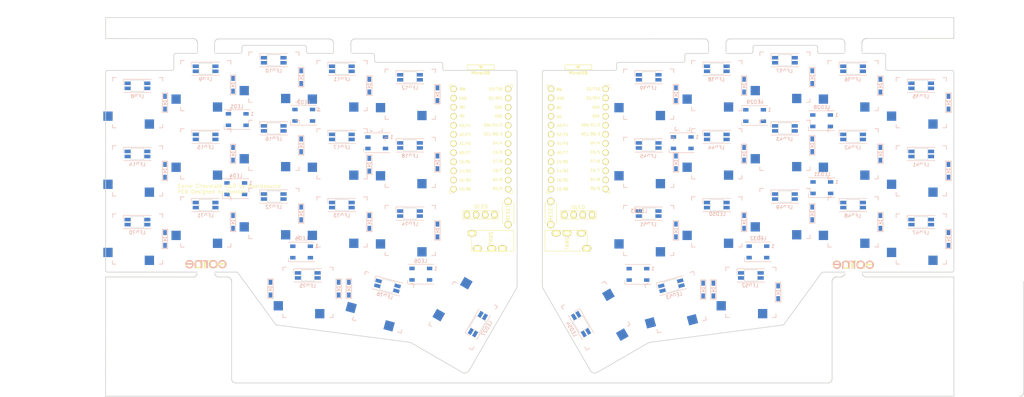
<source format=kicad_pcb>
(kicad_pcb (version 20221018) (generator pcbnew)
  (title_block (title "Corne Cherry") (date "2020-07-24") (rev "3.0") (company "foostan"))
  (layers (0 "F.Cu" signal) (31 "B.Cu" signal) (34 "B.Paste" user) (35 "F.Paste" user) (36 "B.SilkS" user "B.Silkscreen") (37 "F.SilkS" user "F.Silkscreen") (38 "B.Mask" user) (39 "F.Mask" user) (44 "Edge.Cuts" user))
  (net 0 "")
  (net 1 "row0")
  (net 2 "row1")
  (net 3 "Net-(D2-Pad2)")
  (net 4 "row2")
  (net 5 "Net-(D3-Pad2)")
  (net 6 "row3")
  (net 7 "Net-(D4-Pad2)")
  (net 8 "Net-(D5-Pad2)")
  (net 9 "Net-(D6-Pad2)")
  (net 10 "Net-(D8-Pad2)")
  (net 11 "Net-(D9-Pad2)")
  (net 12 "Net-(D10-Pad2)")
  (net 13 "Net-(D11-Pad2)")
  (net 14 "Net-(D12-Pad2)")
  (net 15 "Net-(D14-Pad2)")
  (net 16 "Net-(D15-Pad2)")
  (net 17 "Net-(D16-Pad2)")
  (net 18 "Net-(D17-Pad2)")
  (net 19 "Net-(D18-Pad2)")
  (net 20 "Net-(D19-Pad2)")
  (net 21 "Net-(D20-Pad2)")
  (net 22 "Net-(D21-Pad2)")
  (net 23 "GND")
  (net 24 "VCC")
  (net 25 "col0")
  (net 26 "col1")
  (net 27 "col2")
  (net 28 "col3")
  (net 29 "col4")
  (net 30 "col5")
  (net 31 "LED")
  (net 32 "data")
  (net 33 "reset")
  (net 34 "SCL")
  (net 35 "SDA")
  (net 36 "Net-(U1-Pad14)")
  (net 37 "Net-(U1-Pad13)")
  (net 38 "Net-(U1-Pad12)")
  (net 39 "Net-(U1-Pad11)")
  (net 40 "Net-(U1-Pad24)")
  (net 41 "row0_r")
  (net 42 "Net-(D23-Pad2)")
  (net 43 "Net-(D24-Pad2)")
  (net 44 "Net-(D25-Pad2)")
  (net 45 "Net-(D26-Pad2)")
  (net 46 "Net-(D27-Pad2)")
  (net 47 "row1_r")
  (net 48 "Net-(D29-Pad2)")
  (net 49 "Net-(D30-Pad2)")
  (net 50 "Net-(D31-Pad2)")
  (net 51 "Net-(D32-Pad2)")
  (net 52 "Net-(D33-Pad2)")
  (net 53 "row2_r")
  (net 54 "Net-(D35-Pad2)")
  (net 55 "Net-(D36-Pad2)")
  (net 56 "Net-(D37-Pad2)")
  (net 57 "Net-(D38-Pad2)")
  (net 58 "Net-(D39-Pad2)")
  (net 59 "Net-(D40-Pad2)")
  (net 60 "row3_r")
  (net 61 "Net-(D41-Pad2)")
  (net 62 "Net-(D42-Pad2)")
  (net 63 "data_r")
  (net 64 "SDA_r")
  (net 65 "SCL_r")
  (net 66 "LED_r")
  (net 67 "reset_r")
  (net 68 "col0_r")
  (net 69 "col1_r")
  (net 70 "col2_r")
  (net 71 "col3_r")
  (net 72 "col4_r")
  (net 73 "col5_r")
  (net 74 "VDD")
  (net 75 "GNDA")
  (net 76 "Net-(LED1-Pad2)")
  (net 77 "Net-(LED1-Pad4)")
  (net 78 "Net-(LED2-Pad4)")
  (net 79 "Net-(LED10-Pad2)")
  (net 80 "Net-(LED11-Pad4)")
  (net 81 "Net-(LED14-Pad2)")
  (net 82 "Net-(LED15-Pad4)")
  (net 83 "Net-(LED10-Pad4)")
  (net 84 "Net-(LED11-Pad2)")
  (net 85 "Net-(LED12-Pad4)")
  (net 86 "Net-(LED14-Pad4)")
  (net 87 "Net-(LED16-Pad4)")
  (net 88 "Net-(LED17-Pad2)")
  (net 89 "Net-(LED18-Pad4)")
  (net 90 "Net-(LED22-Pad4)")
  (net 91 "Net-(LED24-Pad4)")
  (net 92 "Net-(LED25-Pad4)")
  (net 93 "Net-(LED27-Pad4)")
  (net 94 "Net-(LED28-Pad2)")
  (net 95 "Net-(LED29-Pad4)")
  (net 96 "Net-(LED32-Pad2)")
  (net 97 "Net-(LED35-Pad4)")
  (net 98 "Net-(LED37-Pad4)")
  (net 99 "Net-(LED38-Pad2)")
  (net 100 "Net-(LED39-Pad4)")
  (net 101 "Net-(LED4-Pad2)")
  (net 102 "Net-(LED5-Pad2)")
  (net 103 "Net-(LED7-Pad4)")
  (net 104 "Net-(LED15-Pad2)")
  (net 105 "Net-(LED20-Pad4)")
  (net 106 "Net-(LED23-Pad2)")
  (net 107 "Net-(LED28-Pad4)")
  (net 108 "Net-(LED31-Pad2)")
  (net 109 "Net-(LED33-Pad2)")
  (net 110 "Net-(LED41-Pad4)")
  (net 111 "Net-(LED42-Pad2)")
  (net 112 "Net-(LED43-Pad4)")
  (net 113 "Net-(LED44-Pad2)")
  (net 114 "Net-(LED45-Pad4)")
  (net 115 "Net-(LED47-Pad4)")
  (net 116 "Net-(LED49-Pad4)")
  (net 117 "Net-(LED50-Pad2)")
  (net 118 "Net-(LED51-Pad4)")
  (net 119 "Net-(LED52-Pad4)")
  (net 120 "Net-(LED34-Pad4)")
  (net 121 "Net-(LED36-Pad4)")
  (net 122 "Net-(LED36-Pad2)")
  (net 123 "Net-(LED38-Pad4)")
  (net 124 "Net-(U2-Pad11)")
  (net 125 "Net-(U2-Pad12)")
  (net 126 "Net-(U2-Pad13)")
  (net 127 "Net-(U2-Pad14)")
  (net 128 "Net-(U2-Pad24)")
  (footprint "kbd:MJ-4PP-9_1side" (layer "F.Cu") (at 144.1345 74.292 -90)
    (fp_text reference "J1")
    (fp_text value "MJ-4PP-9" hide)
  )
  (footprint "custom_kicad:OLED_1side" (layer "F.Cu") (at 130.9485 67.028)
    (fp_text reference "J2")
    (fp_text value "OLED" hide)
  )
  (footprint "kbd:ResetSW_1side" (layer "F.Cu") (at 142.4245 66.531 -90)
    (fp_text reference "RSW1" hide)
    (fp_text value "SW_PUSH")
  )
  (footprint "custom_kicad:PG1350_socket_clean" (layer "F.Cu") (at 39.1075 35.78)
    (fp_text reference "SW2" hide)
    (fp_text value "SW_PUSH" hide)
  )
  (footprint "custom_kicad:PG1350_socket_clean" (layer "F.Cu") (at 58.1075 31.03)
    (fp_text reference "SW3" hide)
    (fp_text value "SW_PUSH" hide)
  )
  (footprint "custom_kicad:PG1350_socket_clean" (layer "F.Cu") (at 77.1075 28.655)
    (fp_text reference "SW4" hide)
    (fp_text value "SW_PUSH" hide)
  )
  (footprint "custom_kicad:PG1350_socket_clean" (layer "F.Cu") (at 96.1075 31.03)
    (fp_text reference "SW5" hide)
    (fp_text value "SW_PUSH" hide)
  )
  (footprint "custom_kicad:PG1350_socket_clean" (layer "F.Cu") (at 39.1075 54.78)
    (fp_text reference "SW8" hide)
    (fp_text value "SW_PUSH" hide)
  )
  (footprint "custom_kicad:PG1350_socket_clean" (layer "F.Cu") (at 58.1075 50.03)
    (fp_text reference "SW9" hide)
    (fp_text value "SW_PUSH" hide)
  )
  (footprint "custom_kicad:PG1350_socket_clean" (layer "F.Cu") (at 77.1075 47.655)
    (fp_text reference "SW10" hide)
    (fp_text value "SW_PUSH" hide)
  )
  (footprint "custom_kicad:PG1350_socket_clean" (layer "F.Cu") (at 96.1075 50.03)
    (fp_text reference "SW11" hide)
    (fp_text value "SW_PUSH" hide)
  )
  (footprint "custom_kicad:PG1350_socket_clean" (layer "F.Cu") (at 115.1075 52.405)
    (fp_text reference "SW12" hide)
    (fp_text value "SW_PUSH" hide)
  )
  (footprint "custom_kicad:PG1350_socket_clean" (layer "F.Cu") (at 39.1075 73.78)
    (fp_text reference "SW14" hide)
    (fp_text value "SW_PUSH" hide)
  )
  (footprint "custom_kicad:PG1350_socket_clean" (layer "F.Cu") (at 58.1075 69.03)
    (fp_text reference "SW15" hide)
    (fp_text value "SW_PUSH" hide)
  )
  (footprint "custom_kicad:PG1350_socket_clean" (layer "F.Cu") (at 77.1075 66.655)
    (fp_text reference "SW16" hide)
    (fp_text value "SW_PUSH" hide)
  )
  (footprint "custom_kicad:PG1350_socket_clean" (layer "F.Cu") (at 96.1075 69.03)
    (fp_text reference "SW17" hide)
    (fp_text value "SW_PUSH" hide)
  )
  (footprint "custom_kicad:PG1350_socket_clean" (layer "F.Cu") (at 115.1075 71.405)
    (fp_text reference "SW18" hide)
    (fp_text value "SW_PUSH" hide)
  )
  (footprint "custom_kicad:PG1350_socket_clean" (layer "F.Cu") (at 86.6075 88.655)
    (fp_text reference "SW19" hide)
    (fp_text value "SW_PUSH" hide)
  )
  (footprint "custom_kicad:PG1350_socket_clean" (layer "F.Cu") (at 107.6075 91.405 -15)
    (fp_text reference "SW20" hide)
    (fp_text value "SW_PUSH" hide)
  )
  (footprint "custom_kicad:PG1350_socket_clean" (layer "F.Cu") (at 129.8575 95.155 -120)
    (fp_text reference "SW21" hide)
    (fp_text value "SW_PUSH" hide)
  )
  (footprint "custom_kicad:PG1350_socket_clean" (layer "F.Cu") (at 166.8645 95.15 120)
    (fp_text reference "SW42" hide)
    (fp_text value "SW_PUSH" hide)
  )
  (footprint "kbd:MJ-4PP-9_1side" (layer "F.Cu") (at 152.5375 74.27 90)
    (fp_text reference "J3")
    (fp_text value "MJ-4PP-9" hide)
  )
  (footprint "custom_kicad:OLED_1side" (layer "F.Cu") (at 165.7845 67.045 180)
    (fp_text reference "J4")
    (fp_text value "OLED" hide)
  )
  (footprint "kbd:ResetSW_1side" (layer "F.Cu") (at 154.3045 66.522 -90)
    (fp_text reference "RSW2" hide)
    (fp_text value "SW_PUSH")
  )
  (footprint "custom_kicad:PG1350_socket_clean" (layer "F.Cu") (at 219.6145 66.65)
    (fp_text reference "SW37" hide)
    (fp_text value "SW_PUSH" hide)
  )
  (footprint "custom_kicad:PG1350_socket_clean" (layer "F.Cu") (at 200.6145 69.025)
    (fp_text reference "SW38" hide)
    (fp_text value "SW_PUSH" hide)
  )
  (footprint "custom_kicad:PG1350_socket_clean" (layer "F.Cu") (at 181.6145 71.4)
    (fp_text reference "SW39" hide)
    (fp_text value "SW_PUSH" hide)
  )
  (footprint "custom_kicad:PG1350_socket_clean" (layer "F.Cu") (at 210.1145 88.65)
    (fp_text reference "SW40" hide)
    (fp_text value "SW_PUSH" hide)
  )
  (footprint "custom_kicad:PG1350_socket_clean" (layer "F.Cu") (at 189.1145 91.4 15)
    (fp_text reference "SW41" hide)
    (fp_text value "SW_PUSH" hide)
  )
  (footprint "custom_kicad:PG1350_socket_clean" (layer "F.Cu") (at 219.6145 28.65)
    (fp_text reference "SW25" hide)
    (fp_text value "SW_PUSH" hide)
  )
  (footprint "custom_kicad:PG1350_socket_clean" (layer "F.Cu") (at 200.6145 31.025)
    (fp_text reference "SW26" hide)
    (fp_text value "SW_PUSH" hide)
  )
  (footprint "custom_kicad:PG1350_socket_clean" (layer "F.Cu") (at 238.6145 31.025)
    (fp_text reference "SW24" hide)
    (fp_text value "SW_PUSH" hide)
  )
  (footprint "custom_kicad:PG1350_socket_clean" (layer "F.Cu") (at 257.6145 54.775)
    (fp_text reference "SW29" hide)
    (fp_text value "SW_PUSH" hide)
  )
  (footprint "custom_kicad:PG1350_socket_clean" (layer "F.Cu") (at 257.6145 73.775)
    (fp_text reference "SW35" hide)
    (fp_text value "SW_PUSH" hide)
  )
  (footprint "custom_kicad:PG1350_socket_clean" (layer "F.Cu") (at 238.6145 69.025)
    (fp_text reference "SW36" hide)
    (fp_text value "SW_PUSH" hide)
  )
  (footprint "custom_kicad:PG1350_socket_clean" (layer "F.Cu") (at 257.6145 35.775)
    (fp_text reference "SW23" hide)
    (fp_text value "SW_PUSH" hide)
  )
  (footprint "custom_kicad:PG1350_socket_clean" (layer "F.Cu") (at 238.6145 50.025)
    (fp_text reference "SW30" hide)
    (fp_text value "SW_PUSH" hide)
  )
  (footprint "custom_kicad:PG1350_socket_clean" (layer "F.Cu") (at 219.6145 47.65)
    (fp_text reference "SW31" hide)
    (fp_text value "SW_PUSH" hide)
  )
  (footprint "custom_kicad:PG1350_socket_clean" (layer "F.Cu") (at 200.6145 50.025)
    (fp_text reference "SW32" hide)
    (fp_text value "SW_PUSH" hide)
  )
  (footprint "custom_kicad:PG1350_socket_clean" (layer "F.Cu") (at 181.6145 52.4)
    (fp_text reference "SW33" hide)
    (fp_text value "SW_PUSH" hide)
  )
  (footprint "kbd:M2_HOLE_v2" (layer "F.Cu") (at 105.5755 41.7655)
    (fp_text reference "Ref**" hide)
    (fp_text value "Val**" hide)
  )
  (footprint "kbd:M2_HOLE_v2" (layer "F.Cu") (at 72.7645 81.5205)
    (fp_text reference "Ref**" hide)
    (fp_text value "Val**" hide)
  )
  (footprint "kbd:M2_HOLE_v2" (layer "F.Cu") (at 119.3305 89.135)
    (fp_text reference "Ref**" hide)
    (fp_text value "Val**" hide)
  )
  (footprint "kbd:M2_HOLE_v2" (layer "F.Cu") (at 127.8695 74.254)
    (fp_text reference "Ref**" hide)
    (fp_text value "Val**" hide)
  )
  (footprint "kbd:M2_HOLE_v2" (layer "F.Cu") (at 142.3015 82.775)
    (fp_text reference "Ref**" hide)
    (fp_text value "Val**" hide)
  )
  (footprint "custom_kicad:PG1350_socket_clean" (layer "F.Cu") (at 115.1075 33.405)
    (fp_text reference "SW6" hide)
    (fp_text value "SW_PUSH" hide)
  )
  (footprint "custom_kicad:PG1350_socket_clean" (layer "F.Cu") (at 181.6075 33.405)
    (fp_text reference "SW27" hide)
    (fp_text value "SW_PUSH" hide)
  )
  (footprint "kbd:M2_HOLE_v2" (layer "F.Cu") (at 46.5195 54.1395)
    (fp_text reference "Ref**" hide)
    (fp_text value "Val**" hide)
  )
  (footprint "custom_kicad:ProMicro_v3" (layer "F.Cu") (at 134.8125 46.42)
    (fp_text reference "U1" hide)
    (fp_text value "ProMicro" hide)
  )
  (footprint "custom_kicad:ProMicro_v3" (layer "F.Cu") (at 161.9875 46.39)
    (fp_text reference "U2" hide)
    (fp_text value "ProMicro" hide)
  )
  (footprint "kbd:M2_HOLE_v2" (layer "F.Cu") (at 48.6075 45.28)
    (fp_text reference "Ref**" hide)
    (fp_text value "Val**" hide)
  )
  (footprint "kbd:Breakaway_Tabs" (layer "F.Cu") (at 58.23675 21.869)
    (fp_text reference "REF**")
    (fp_text value "Breakaway_Tabs")
  )
  (footprint "kbd:Breakaway_Tabs" (layer "F.Cu") (at 96.2075 21.873)
    (fp_text reference "REF**")
    (fp_text value "Breakaway_Tabs")
  )
  (footprint "kbd:Breakaway_Tabs" (layer "F.Cu") (at 58.1235 83.178)
    (fp_text reference "REF**")
    (fp_text value "Breakaway_Tabs")
  )
  (footprint "kbd:corne-logo-horizontal" (layer "F.Cu") (at 58.2675 80.89)
    (fp_text reference "G***" hide)
    (fp_text value "LOGO" hide)
  )
  (footprint "kbd:corne-logo-horizontal" (layer "F.Cu") (at 238.7775 81.04)
    (fp_text reference "G***" hide)
    (fp_text value "LOGO" hide)
  )
  (footprint "kbd:D3_SMD_v2" (layer "B.Cu") (at 46.7345 35.78 90)
    (fp_text reference "D2" hide)
    (fp_text value "D" hide)
  )
  (footprint "kbd:D3_SMD_v2" (layer "B.Cu") (at 65.7075 30.78 90)
    (fp_text reference "D3" hide)
    (fp_text value "D" hide)
  )
  (footprint "kbd:D3_SMD_v2" (layer "B.Cu") (at 84.7075 28.655 90)
    (fp_text reference "D4" hide)
    (fp_text value "D" hide)
  )
  (footprint "kbd:D3_SMD_v2" (layer "B.Cu") (at 103.7075 31.03 90)
    (fp_text reference "D5" hide)
    (fp_text value "D" hide)
  )
  (footprint "kbd:D3_SMD_v2" (layer "B.Cu") (at 122.7075 33.405 90)
    (fp_text reference "D6" hide)
    (fp_text value "D" hide)
  )
  (footprint "kbd:D3_SMD_v2" (layer "B.Cu") (at 46.7345 54.78 90)
    (fp_text reference "D8" hide)
    (fp_text value "D" hide)
  )
  (footprint "kbd:D3_SMD_v2" (layer "B.Cu") (at 65.7075 50.03 90)
    (fp_text reference "D9" hide)
    (fp_text value "D" hide)
  )
  (footprint "kbd:D3_SMD_v2" (layer "B.Cu") (at 84.7075 47.655 90)
    (fp_text reference "D10" hide)
    (fp_text value "D" hide)
  )
  (footprint "kbd:D3_SMD_v2" (layer "B.Cu") (at 103.69382 53.07184 90)
    (fp_text reference "D11" hide)
    (fp_text value "D" hide)
  )
  (footprint "kbd:D3_SMD_v2" (layer "B.Cu") (at 122.7075 52.405 90)
    (fp_text reference "D12" hide)
    (fp_text value "D" hide)
  )
  (footprint "kbd:D3_SMD_v2" (layer "B.Cu") (at 46.7345 73.78 90)
    (fp_text reference "D14" hide)
    (fp_text value "D" hide)
  )
  (footprint "kbd:D3_SMD_v2" (layer "B.Cu") (at 65.7075 69.03 90)
    (fp_text reference "D15" hide)
    (fp_text value "D" hide)
  )
  (footprint "kbd:D3_SMD_v2" (layer "B.Cu") (at 84.7075 66.655 90)
    (fp_text reference "D16" hide)
    (fp_text value "D" hide)
  )
  (footprint "kbd:D3_SMD_v2" (layer "B.Cu") (at 103.7075 69.03 90)
    (fp_text reference "D17" hide)
    (fp_text value "D" hide)
  )
  (footprint "kbd:D3_SMD_v2" (layer "B.Cu") (at 122.7075 71.405 90)
    (fp_text reference "D18" hide)
    (fp_text value "D" hide)
  )
  (footprint "kbd:D3_SMD_v2" (layer "B.Cu") (at 76.1575 87.627 90)
    (fp_text reference "D19" hide)
    (fp_text value "D" hide)
  )
  (footprint "kbd:D3_SMD_v2" (layer "B.Cu") (at 95.1645 87.622 90)
    (fp_text reference "D20" hide)
    (fp_text value "D" hide)
  )
  (footprint "kbd:D3_SMD_v2" (layer "B.Cu") (at 98.0075 87.622 90)
    (fp_text reference "D21" hide)
    (fp_text value "D" hide)
  )
  (footprint "kbd:YS-SK6812MINI-E" (layer "B.Cu") (at 133.971121 97.53 60)
    (fp_text reference "LED27")
    (fp_text value "YS-SK6812MINI-E")
    (fp_line (start -1.8 -1.55) (end 1.8 -1.55) (stroke (width 0.12)) (layer "Edge.Cuts"))
    (fp_line (start -1.8 1.55) (end -1.8 -1.55) (stroke (width 0.12)) (layer "Edge.Cuts"))
    (fp_line (start 1.8 -1.55) (end 1.8 1.55) (stroke (width 0.12)) (layer "Edge.Cuts"))
    (fp_line (start 1.8 1.55) (end -1.8 1.55) (stroke (width 0.12)) (layer "Edge.Cuts"))
  )
  (footprint "LED_SMD:LED_WS2812B_PLCC4_5.0x5.0mm_P3.2mm" (layer "B.Cu") (at 66.875 40.475 180)
    (fp_text reference "LED1")
    (fp_text value "WS2812B")
  )
  (footprint "LED_SMD:LED_WS2812B_PLCC4_5.0x5.0mm_P3.2mm" (layer "B.Cu") (at 118.06936 83.59648 180)
    (fp_text reference "LED6")
    (fp_text value "WS2812B")
  )
  (footprint "LED_SMD:LED_WS2812B_PLCC4_5.0x5.0mm_P3.2mm" (layer "B.Cu") (at 211.15 39.35 180)
    (fp_text reference "LED29")
    (fp_text value "WS2812B")
  )
  (footprint "LED_SMD:LED_WS2812B_PLCC4_5.0x5.0mm_P3.2mm" (layer "B.Cu") (at 190.96822 46.9322 180)
    (fp_text reference "LED30")
    (fp_text value "WS2812B")
  )
  (footprint "LED_SMD:LED_WS2812B_PLCC4_5.0x5.0mm_P3.2mm" (layer "B.Cu") (at 229.9 59.475 180)
    (fp_text reference "LED31")
    (fp_text value "WS2812B")
  )
  (footprint "LED_SMD:LED_WS2812B_PLCC4_5.0x5.0mm_P3.2mm" (layer "B.Cu") (at 212.075 77.375 180)
    (fp_text reference "LED32")
    (fp_text value "WS2812B")
  )
  (footprint "LED_SMD:LED_WS2812B_PLCC4_5.0x5.0mm_P3.2mm" (layer "B.Cu") (at 178.61788 83.6422 180)
    (fp_text reference "LED33")
    (fp_text value "WS2812B")
  )
  (footprint "kbd:YS-SK6812MINI-E" (layer "B.Cu") (at 219.6075 42.94604)
    (fp_text reference "LED43")
    (fp_text value "YS-SK6812MINI-E")
    (fp_line (start -1.8 -1.55) (end 1.8 -1.55) (stroke (width 0.12)) (layer "Edge.Cuts"))
    (fp_line (start -1.8 1.55) (end -1.8 -1.55) (stroke (width 0.12)) (layer "Edge.Cuts"))
    (fp_line (start 1.8 -1.55) (end 1.8 1.55) (stroke (width 0.12)) (layer "Edge.Cuts"))
    (fp_line (start 1.8 1.55) (end -1.8 1.55) (stroke (width 0.12)) (layer "Edge.Cuts"))
  )
  (footprint "kbd:YS-SK6812MINI-E" (layer "B.Cu") (at 200.6075 45.32104)
    (fp_text reference "LED44")
    (fp_text value "YS-SK6812MINI-E")
    (fp_line (start -1.8 -1.55) (end 1.8 -1.55) (stroke (width 0.12)) (layer "Edge.Cuts"))
    (fp_line (start -1.8 1.55) (end -1.8 -1.55) (stroke (width 0.12)) (layer "Edge.Cuts"))
    (fp_line (start 1.8 -1.55) (end 1.8 1.55) (stroke (width 0.12)) (layer "Edge.Cuts"))
    (fp_line (start 1.8 1.55) (end -1.8 1.55) (stroke (width 0.12)) (layer "Edge.Cuts"))
  )
  (footprint "kbd:YS-SK6812MINI-E" (layer "B.Cu") (at 181.6075 47.69604)
    (fp_text reference "LED45")
    (fp_text value "YS-SK6812MINI-E")
    (fp_line (start -1.8 -1.55) (end 1.8 -1.55) (stroke (width 0.12)) (layer "Edge.Cuts"))
    (fp_line (start -1.8 1.55) (end -1.8 -1.55) (stroke (width 0.12)) (layer "Edge.Cuts"))
    (fp_line (start 1.8 -1.55) (end 1.8 1.55) (stroke (width 0.12)) (layer "Edge.Cuts"))
    (fp_line (start 1.8 1.55) (end -1.8 1.55) (stroke (width 0.12)) (layer "Edge.Cuts"))
  )
  (footprint "kbd:YS-SK6812MINI-E" (layer "B.Cu") (at 257.6075 69.07104)
    (fp_text reference "LED47")
    (fp_text value "YS-SK6812MINI-E")
    (fp_line (start -1.8 -1.55) (end 1.8 -1.55) (stroke (width 0.12)) (layer "Edge.Cuts"))
    (fp_line (start -1.8 1.55) (end -1.8 -1.55) (stroke (width 0.12)) (layer "Edge.Cuts"))
    (fp_line (start 1.8 -1.55) (end 1.8 1.55) (stroke (width 0.12)) (layer "Edge.Cuts"))
    (fp_line (start 1.8 1.55) (end -1.8 1.55) (stroke (width 0.12)) (layer "Edge.Cuts"))
  )
  (footprint "kbd:YS-SK6812MINI-E" (layer "B.Cu") (at 238.6075 64.32104)
    (fp_text reference "LED48")
    (fp_text value "YS-SK6812MINI-E")
    (fp_line (start -1.8 -1.55) (end 1.8 -1.55) (stroke (width 0.12)) (layer "Edge.Cuts"))
    (fp_line (start -1.8 1.55) (end -1.8 -1.55) (stroke (width 0.12)) (layer "Edge.Cuts"))
    (fp_line (start 1.8 -1.55) (end 1.8 1.55) (stroke (width 0.12)) (layer "Edge.Cuts"))
    (fp_line (start 1.8 1.55) (end -1.8 1.55) (stroke (width 0.12)) (layer "Edge.Cuts"))
  )
  (footprint "kbd:YS-SK6812MINI-E" (layer "B.Cu") (at 219.6075 61.94604)
    (fp_text reference "LED49")
    (fp_text value "YS-SK6812MINI-E")
    (fp_line (start -1.8 -1.55) (end 1.8 -1.55) (stroke (width 0.12)) (layer "Edge.Cuts"))
    (fp_line (start -1.8 1.55) (end -1.8 -1.55) (stroke (width 0.12)) (layer "Edge.Cuts"))
    (fp_line (start 1.8 -1.55) (end 1.8 1.55) (stroke (width 0.12)) (layer "Edge.Cuts"))
    (fp_line (start 1.8 1.55) (end -1.8 1.55) (stroke (width 0.12)) (layer "Edge.Cuts"))
  )
  (footprint "kbd:YS-SK6812MINI-E" (layer "B.Cu") (at 200.6075 64.32104)
    (fp_text reference "LED50")
    (fp_text value "YS-SK6812MINI-E")
    (fp_line (start -1.8 -1.55) (end 1.8 -1.55) (stroke (width 0.12)) (layer "Edge.Cuts"))
    (fp_line (start -1.8 1.55) (end -1.8 -1.55) (stroke (width 0.12)) (layer "Edge.Cuts"))
    (fp_line (start 1.8 -1.55) (end 1.8 1.55) (stroke (width 0.12)) (layer "Edge.Cuts"))
    (fp_line (start 1.8 1.55) (end -1.8 1.55) (stroke (width 0.12)) (layer "Edge.Cuts"))
  )
  (footprint "kbd:YS-SK6812MINI-E" (layer "B.Cu") (at 181.6075 66.69604)
    (fp_text reference "LED51")
    (fp_text value "YS-SK6812MINI-E")
    (fp_line (start -1.8 -1.55) (end 1.8 -1.55) (stroke (width 0.12)) (layer "Edge.Cuts"))
    (fp_line (start -1.8 1.55) (end -1.8 -1.55) (stroke (width 0.12)) (layer "Edge.Cuts"))
    (fp_line (start 1.8 -1.55) (end 1.8 1.55) (stroke (width 0.12)) (layer "Edge.Cuts"))
    (fp_line (start 1.8 1.55) (end -1.8 1.55) (stroke (width 0.12)) (layer "Edge.Cuts"))
  )
  (footprint "kbd:YS-SK6812MINI-E" (layer "B.Cu") (at 210.1075 83.94604)
    (fp_text reference "LED52")
    (fp_text value "YS-SK6812MINI-E")
    (fp_line (start -1.8 -1.55) (end 1.8 -1.55) (stroke (width 0.12)) (layer "Edge.Cuts"))
    (fp_line (start -1.8 1.55) (end -1.8 -1.55) (stroke (width 0.12)) (layer "Edge.Cuts"))
    (fp_line (start 1.8 -1.55) (end 1.8 1.55) (stroke (width 0.12)) (layer "Edge.Cuts"))
    (fp_line (start 1.8 1.55) (end -1.8 1.55) (stroke (width 0.12)) (layer "Edge.Cuts"))
  )
  (footprint "kbd:YS-SK6812MINI-E" (layer "B.Cu") (at 187.94054 86.8102 15)
    (fp_text reference "LED53")
    (fp_text value "YS-SK6812MINI-E")
    (fp_line (start -1.8 -1.55) (end 1.8 -1.55) (stroke (width 0.12)) (layer "Edge.Cuts"))
    (fp_line (start -1.8 1.55) (end -1.8 -1.55) (stroke (width 0.12)) (layer "Edge.Cuts"))
    (fp_line (start 1.8 -1.55) (end 1.8 1.55) (stroke (width 0.12)) (layer "Edge.Cuts"))
    (fp_line (start 1.8 1.55) (end -1.8 1.55) (stroke (width 0.12)) (layer "Edge.Cuts"))
  )
  (footprint "kbd:D3_SMD_v2" (layer "B.Cu") (at 265.2145 35.775 90)
    (fp_text reference "D23" hide)
    (fp_text value "D" hide)
  )
  (footprint "kbd:D3_SMD_v2" (layer "B.Cu") (at 246.2145 31.025 90)
    (fp_text reference "D24" hide)
    (fp_text value "D" hide)
  )
  (footprint "kbd:D3_SMD_v2" (layer "B.Cu") (at 227.2145 28.65 90)
    (fp_text reference "D25" hide)
    (fp_text value "D" hide)
  )
  (footprint "kbd:D3_SMD_v2" (layer "B.Cu") (at 189.2075 33.405 90)
    (fp_text reference "D27" hide)
    (fp_text value "D" hide)
  )
  (footprint "kbd:D3_SMD_v2" (layer "B.Cu") (at 265.2145 54.775 90)
    (fp_text reference "D29" hide)
    (fp_text value "D" hide)
  )
  (footprint "kbd:D3_SMD_v2" (layer "B.Cu") (at 246.2145 50.025 90)
    (fp_text reference "D30" hide)
    (fp_text value "D" hide)
  )
  (footprint "kbd:D3_SMD_v2" (layer "B.Cu") (at 227.2145 47.65 90)
    (fp_text reference "D31" hide)
    (fp_text value "D" hide)
  )
  (footprint "kbd:D3_SMD_v2" (layer "B.Cu") (at 208.2145 50.025 90)
    (fp_text reference "D32" hide)
    (fp_text value "D" hide)
  )
  (footprint "kbd:D3_SMD_v2" (layer "B.Cu") (at 189.2075 52.405 90)
    (fp_text reference "D33" hide)
    (fp_text value "D" hide)
  )
  (footprint "kbd:D3_SMD_v2" (layer "B.Cu") (at 265.2145 73.775 90)
    (fp_text reference "D35" hide)
    (fp_text value "D" hide)
  )
  (footprint "kbd:D3_SMD_v2" (layer "B.Cu") (at 246.2145 69.025 90)
    (fp_text reference "D36" hide)
    (fp_text value "D" hide)
  )
  (footprint "kbd:D3_SMD_v2" (layer "B.Cu") (at 227.2145 66.65 90)
    (fp_text reference "D37" hide)
    (fp_text value "D" hide)
  )
  (footprint "kbd:D3_SMD_v2" (layer "B.Cu") (at 208.2145 69.025 90)
    (fp_text reference "D38" hide)
    (fp_text value "D" hide)
  )
  (footprint "kbd:D3_SMD_v2" (layer "B.Cu") (at 189.2075 71.405 90)
    (fp_text reference "D39" hide)
    (fp_text value "D" hide)
  )
  (footprint "kbd:D3_SMD_v2" (layer "B.Cu") (at 217.7145 88.635 90)
    (fp_text reference "D40" hide)
    (fp_text value "D" hide)
  )
  (footprint "kbd:D3_SMD_v2" (layer "B.Cu") (at 199.64926 87.88292 90)
    (fp_text reference "D41" hide)
    (fp_text value "D" hide)
  )
  (footprint "kbd:D3_SMD_v2" (layer "B.Cu") (at 196.79926 87.88292 90)
    (fp_text reference "D42" hide)
    (fp_text value "D" hide)
  )
  (footprint "kbd:D3_SMD_v2" (layer "B.Cu") (at 208.2145 31.025 90)
    (fp_text reference "D26" hide)
    (fp_text value "D" hide)
  )
  (footprint "kbd:YS-SK6812MINI-E" (layer "B.Cu") (at 108.76874 86.861 -15)
    (fp_text reference "LED26")
    (fp_text value "YS-SK6812MINI-E")
    (fp_line (start -1.8 -1.55) (end 1.8 -1.55) (stroke (width 0.12)) (layer "Edge.Cuts"))
    (fp_line (start -1.8 1.55) (end -1.8 -1.55) (stroke (width 0.12)) (layer "Edge.Cuts"))
    (fp_line (start 1.8 -1.55) (end 1.8 1.55) (stroke (width 0.12)) (layer "Edge.Cuts"))
    (fp_line (start 1.8 1.55) (end -1.8 1.55) (stroke (width 0.12)) (layer "Edge.Cuts"))
  )
  (footprint "LED_SMD:LED_WS2812B_PLCC4_5.0x5.0mm_P3.2mm" (layer "B.Cu") (at 66.475 59.75 180)
    (fp_text reference "LED4")
    (fp_text value "WS2812B")
  )
  (footprint "kbd:YS-SK6812MINI-E" (layer "B.Cu") (at 257.6075 31.06088)
    (fp_text reference "LED35")
    (fp_text value "YS-SK6812MINI-E")
    (fp_line (start -1.8 -1.55) (end 1.8 -1.55) (stroke (width 0.12)) (layer "Edge.Cuts"))
    (fp_line (start -1.8 1.55) (end -1.8 -1.55) (stroke (width 0.12)) (layer "Edge.Cuts"))
    (fp_line (start 1.8 -1.55) (end 1.8 1.55) (stroke (width 0.12)) (layer "Edge.Cuts"))
    (fp_line (start 1.8 1.55) (end -1.8 1.55) (stroke (width 0.12)) (layer "Edge.Cuts"))
  )
  (footprint "kbd:YS-SK6812MINI-E" (layer "B.Cu") (at 238.6075 26.31088)
    (fp_text reference "LED36")
    (fp_text value "YS-SK6812MINI-E")
    (fp_line (start -1.8 -1.55) (end 1.8 -1.55) (stroke (width 0.12)) (layer "Edge.Cuts"))
    (fp_line (start -1.8 1.55) (end -1.8 -1.55) (stroke (width 0.12)) (layer "Edge.Cuts"))
    (fp_line (start 1.8 -1.55) (end 1.8 1.55) (stroke (width 0.12)) (layer "Edge.Cuts"))
    (fp_line (start 1.8 1.55) (end -1.8 1.55) (stroke (width 0.12)) (layer "Edge.Cuts"))
  )
  (footprint "kbd:YS-SK6812MINI-E" (layer "B.Cu") (at 219.6075 23.93588)
    (fp_text reference "LED37")
    (fp_text value "YS-SK6812MINI-E")
    (fp_line (start -1.8 -1.55) (end 1.8 -1.55) (stroke (width 0.12)) (layer "Edge.Cuts"))
    (fp_line (start -1.8 1.55) (end -1.8 -1.55) (stroke (width 0.12)) (layer "Edge.Cuts"))
    (fp_line (start 1.8 -1.55) (end 1.8 1.55) (stroke (width 0.12)) (layer "Edge.Cuts"))
    (fp_line (start 1.8 1.55) (end -1.8 1.55) (stroke (width 0.12)) (layer "Edge.Cuts"))
  )
  (footprint "kbd:YS-SK6812MINI-E" (layer "B.Cu") (at 200.6075 26.31088)
    (fp_text reference "LED38")
    (fp_text value "YS-SK6812MINI-E")
    (fp_line (start -1.8 -1.55) (end 1.8 -1.55) (stroke (width 0.12)) (layer "Edge.Cuts"))
    (fp_line (start -1.8 1.55) (end -1.8 -1.55) (stroke (width 0.12)) (layer "Edge.Cuts"))
    (fp_line (start 1.8 -1.55) (end 1.8 1.55) (stroke (width 0.12)) (layer "Edge.Cuts"))
    (fp_line (start 1.8 1.55) (end -1.8 1.55) (stroke (width 0.12)) (layer "Edge.Cuts"))
  )
  (footprint "kbd:YS-SK6812MINI-E" (layer "B.Cu") (at 181.6075 28.68588)
    (fp_text reference "LED39")
    (fp_text value "YS-SK6812MINI-E")
    (fp_line (start -1.8 -1.55) (end 1.8 -1.55) (stroke (width 0.12)) (layer "Edge.Cuts"))
    (fp_line (start -1.8 1.55) (end -1.8 -1.55) (stroke (width 0.12)) (layer "Edge.Cuts"))
    (fp_line (start 1.8 -1.55) (end 1.8 1.55) (stroke (width 0.12)) (layer "Edge.Cuts"))
    (fp_line (start 1.8 1.55) (end -1.8 1.55) (stroke (width 0.12)) (layer "Edge.Cuts"))
  )
  (footprint "kbd:YS-SK6812MINI-E" (layer "B.Cu") (at 257.6075 50.07104)
    (fp_text reference "LED41")
    (fp_text value "YS-SK6812MINI-E")
    (fp_line (start -1.8 -1.55) (end 1.8 -1.55) (stroke (width 0.12)) (layer "Edge.Cuts"))
    (fp_line (start -1.8 1.55) (end -1.8 -1.55) (stroke (width 0.12)) (layer "Edge.Cuts"))
    (fp_line (start 1.8 -1.55) (end 1.8 1.55) (stroke (width 0.12)) (layer "Edge.Cuts"))
    (fp_line (start 1.8 1.55) (end -1.8 1.55) (stroke (width 0.12)) (layer "Edge.Cuts"))
  )
  (footprint "kbd:YS-SK6812MINI-E" (layer "B.Cu") (at 238.6075 45.32104)
    (fp_text reference "LED42")
    (fp_text value "YS-SK6812MINI-E")
    (fp_line (start -1.8 -1.55) (end 1.8 -1.55) (stroke (width 0.12)) (layer "Edge.Cuts"))
    (fp_line (start -1.8 1.55) (end -1.8 -1.55) (stroke (width 0.12)) (layer "Edge.Cuts"))
    (fp_line (start 1.8 -1.55) (end 1.8 1.55) (stroke (width 0.12)) (layer "Edge.Cuts"))
    (fp_line (start 1.8 1.55) (end -1.8 1.55) (stroke (width 0.12)) (layer "Edge.Cuts"))
  )
  (footprint "kbd:M2_HOLE_v2" (layer "B.Cu") (at 177.3895 89.145 180)
    (fp_text reference "Ref**" hide)
    (fp_text value "Val**" hide)
  )
  (footprint "kbd:M2_HOLE_v2" (layer "B.Cu") (at 154.4185 82.785 180)
    (fp_text reference "Ref**" hide)
    (fp_text value "Val**" hide)
  )
  (footprint "kbd:M2_HOLE_v2" (layer "B.Cu") (at 223.9555 81.5305 180)
    (fp_text reference "Ref**" hide)
    (fp_text value "Val**" hide)
  )
  (footprint "kbd:M2_HOLE_v2" (layer "B.Cu") (at 248.0995 45.2655 180)
    (fp_text reference "Ref**" hide)
    (fp_text value "Val**" hide)
  )
  (footprint "kbd:M2_HOLE_v2" (layer "B.Cu") (at 191.1445 41.7755 180)
    (fp_text reference "Ref**" hide)
    (fp_text value "Val**" hide)
  )
  (footprint "kbd:M2_HOLE_v2" (layer "B.Cu") (at 250.1875 54.125 180)
    (fp_text reference "Ref**" hide)
    (fp_text value "Val**" hide)
  )
  (footprint "kbd:M2_HOLE_v2" (layer "B.Cu") (at 168.8505 74.264 180)
    (fp_text reference "Ref**" hide)
    (fp_text value "Val**" hide)
  )
  (footprint "kbd:YS-SK6812MINI-E" (layer "B.Cu") (at 162.750879 97.525 -60)
    (fp_text reference "LED54")
    (fp_text value "YS-SK6812MINI-E")
    (fp_line (start -1.8 -1.55) (end 1.8 -1.55) (stroke (width 0.12)) (layer "Edge.Cuts"))
    (fp_line (start -1.8 1.55) (end -1.8 -1.55) (stroke (width 0.12)) (layer "Edge.Cuts"))
    (fp_line (start 1.8 -1.55) (end 1.8 1.55) (stroke (width 0.12)) (layer "Edge.Cuts"))
    (fp_line (start 1.8 1.55) (end -1.8 1.55) (stroke (width 0.12)) (layer "Edge.Cuts"))
  )
  (footprint "kbd:Breakaway_Tabs" (layer "B.Cu") (at 200.7375 21.885 180)
    (fp_text reference "REF**")
    (fp_text value "Breakaway_Tabs")
  )
  (footprint "kbd:Breakaway_Tabs" (layer "B.Cu") (at 238.6495 21.87 180)
    (fp_text reference "REF**")
    (fp_text value "Breakaway_Tabs")
  )
  (footprint "kbd:Breakaway_Tabs" (layer "B.Cu") (at 238.7415 83.193 180)
    (fp_text reference "REF**")
    (fp_text value "Breakaway_Tabs")
  )
  (footprint "kbd:corne-logo-horizontal" (layer "B.Cu") (at 58.0375 80.89 180)
    (fp_text reference "G***" hide)
    (fp_text value "LOGO" hide)
  )
  (footprint "kbd:corne-logo-horizontal" (layer "B.Cu") (at 238.5675 81.04 180)
    (fp_text reference "G***" hide)
    (fp_text value "LOGO" hide)
  )
  (footprint "kbd:YS-SK6812MINI-E" (layer "B.Cu") (at 96.0567 64.31596)
    (fp_text reference "LED23")
    (fp_text value "YS-SK6812MINI-E")
    (fp_line (start -1.8 -1.55) (end 1.8 -1.55) (stroke (width 0.12)) (layer "Edge.Cuts"))
    (fp_line (start -1.8 1.55) (end -1.8 -1.55) (stroke (width 0.12)) (layer "Edge.Cuts"))
    (fp_line (start 1.8 -1.55) (end 1.8 1.55) (stroke (width 0.12)) (layer "Edge.Cuts"))
    (fp_line (start 1.8 1.55) (end -1.8 1.55) (stroke (width 0.12)) (layer "Edge.Cuts"))
  )
  (footprint "kbd:YS-SK6812MINI-E" (layer "B.Cu") (at 58.0567 45.31596)
    (fp_text reference "LED15")
    (fp_text value "YS-SK6812MINI-E")
    (fp_line (start -1.8 -1.55) (end 1.8 -1.55) (stroke (width 0.12)) (layer "Edge.Cuts"))
    (fp_line (start -1.8 1.55) (end -1.8 -1.55) (stroke (width 0.12)) (layer "Edge.Cuts"))
    (fp_line (start 1.8 -1.55) (end 1.8 1.55) (stroke (width 0.12)) (layer "Edge.Cuts"))
    (fp_line (start 1.8 1.55) (end -1.8 1.55) (stroke (width 0.12)) (layer "Edge.Cuts"))
  )
  (footprint "kbd:YS-SK6812MINI-E" (layer "B.Cu") (at 39.0567 31.06596)
    (fp_text reference "LED8")
    (fp_text value "YS-SK6812MINI-E")
    (fp_line (start -1.8 -1.55) (end 1.8 -1.55) (stroke (width 0.12)) (layer "Edge.Cuts"))
    (fp_line (start -1.8 1.55) (end -1.8 -1.55) (stroke (width 0.12)) (layer "Edge.Cuts"))
    (fp_line (start 1.8 -1.55) (end 1.8 1.55) (stroke (width 0.12)) (layer "Edge.Cuts"))
    (fp_line (start 1.8 1.55) (end -1.8 1.55) (stroke (width 0.12)) (layer "Edge.Cuts"))
  )
  (footprint "kbd:YS-SK6812MINI-E" (layer "B.Cu") (at 77.0567 23.94096)
    (fp_text reference "LED10")
    (fp_text value "YS-SK6812MINI-E")
    (fp_line (start -1.8 -1.55) (end 1.8 -1.55) (stroke (width 0.12)) (layer "Edge.Cuts"))
    (fp_line (start -1.8 1.55) (end -1.8 -1.55) (stroke (width 0.12)) (layer "Edge.Cuts"))
    (fp_line (start 1.8 -1.55) (end 1.8 1.55) (stroke (width 0.12)) (layer "Edge.Cuts"))
    (fp_line (start 1.8 1.55) (end -1.8 1.55) (stroke (width 0.12)) (layer "Edge.Cuts"))
  )
  (footprint "kbd:YS-SK6812MINI-E" (layer "B.Cu") (at 58.0567 64.31596)
    (fp_text reference "LED21")
    (fp_text value "YS-SK6812MINI-E")
    (fp_line (start -1.8 -1.55) (end 1.8 -1.55) (stroke (width 0.12)) (layer "Edge.Cuts"))
    (fp_line (start -1.8 1.55) (end -1.8 -1.55) (stroke (width 0.12)) (layer "Edge.Cuts"))
    (fp_line (start 1.8 -1.55) (end 1.8 1.55) (stroke (width 0.12)) (layer "Edge.Cuts"))
    (fp_line (start 1.8 1.55) (end -1.8 1.55) (stroke (width 0.12)) (layer "Edge.Cuts"))
  )
  (footprint "kbd:YS-SK6812MINI-E" (layer "B.Cu") (at 86.5567 83.94096)
    (fp_text reference "LED25")
    (fp_text value "YS-SK6812MINI-E")
    (fp_line (start -1.8 -1.55) (end 1.8 -1.55) (stroke (width 0.12)) (layer "Edge.Cuts"))
    (fp_line (start -1.8 1.55) (end -1.8 -1.55) (stroke (width 0.12)) (layer "Edge.Cuts"))
    (fp_line (start 1.8 -1.55) (end 1.8 1.55) (stroke (width 0.12)) (layer "Edge.Cuts"))
    (fp_line (start 1.8 1.55) (end -1.8 1.55) (stroke (width 0.12)) (layer "Edge.Cuts"))
  )
  (footprint "kbd:YS-SK6812MINI-E" (layer "B.Cu") (at 39.0567 50.06596)
    (fp_text reference "LED14")
    (fp_text value "YS-SK6812MINI-E")
    (fp_line (start -1.8 -1.55) (end 1.8 -1.55) (stroke (width 0.12)) (layer "Edge.Cuts"))
    (fp_line (start -1.8 1.55) (end -1.8 -1.55) (stroke (width 0.12)) (layer "Edge.Cuts"))
    (fp_line (start 1.8 -1.55) (end 1.8 1.55) (stroke (width 0.12)) (layer "Edge.Cuts"))
    (fp_line (start 1.8 1.55) (end -1.8 1.55) (stroke (width 0.12)) (layer "Edge.Cuts"))
  )
  (footprint "kbd:YS-SK6812MINI-E" (layer "B.Cu") (at 58.0567 26.31596)
    (fp_text reference "LED9")
    (fp_text value "YS-SK6812MINI-E")
    (fp_line (start -1.8 -1.55) (end 1.8 -1.55) (stroke (width 0.12)) (layer "Edge.Cuts"))
    (fp_line (start -1.8 1.55) (end -1.8 -1.55) (stroke (width 0.12)) (layer "Edge.Cuts"))
    (fp_line (start 1.8 -1.55) (end 1.8 1.55) (stroke (width 0.12)) (layer "Edge.Cuts"))
    (fp_line (start 1.8 1.55) (end -1.8 1.55) (stroke (width 0.12)) (layer "Edge.Cuts"))
  )
  (footprint "kbd:YS-SK6812MINI-E" (layer "B.Cu") (at 96.0567 26.31596)
    (fp_text reference "LED11")
    (fp_text value "YS-SK6812MINI-E")
    (fp_line (start -1.8 -1.55) (end 1.8 -1.55) (stroke (width 0.12)) (layer "Edge.Cuts"))
    (fp_line (start -1.8 1.55) (end -1.8 -1.55) (stroke (width 0.12)) (layer "Edge.Cuts"))
    (fp_line (start 1.8 -1.55) (end 1.8 1.55) (stroke (width 0.12)) (layer "Edge.Cuts"))
    (fp_line (start 1.8 1.55) (end -1.8 1.55) (stroke (width 0.12)) (layer "Edge.Cuts"))
  )
  (footprint "kbd:YS-SK6812MINI-E" (layer "B.Cu") (at 115.0567 47.69096)
    (fp_text reference "LED18")
    (fp_text value "YS-SK6812MINI-E")
    (fp_line (start -1.8 -1.55) (end 1.8 -1.55) (stroke (width 0.12)) (layer "Edge.Cuts"))
    (fp_line (start -1.8 1.55) (end -1.8 -1.55) (stroke (width 0.12)) (layer "Edge.Cuts"))
    (fp_line (start 1.8 -1.55) (end 1.8 1.55) (stroke (width 0.12)) (layer "Edge.Cuts"))
    (fp_line (start 1.8 1.55) (end -1.8 1.55) (stroke (width 0.12)) (layer "Edge.Cuts"))
  )
  (footprint "kbd:YS-SK6812MINI-E" (layer "B.Cu") (at 77.0567 61.94096)
    (fp_text reference "LED22")
    (fp_text value "YS-SK6812MINI-E")
    (fp_line (start -1.8 -1.55) (end 1.8 -1.55) (stroke (width 0.12)) (layer "Edge.Cuts"))
    (fp_line (start -1.8 1.55) (end -1.8 -1.55) (stroke (width 0.12)) (layer "Edge.Cuts"))
    (fp_line (start 1.8 -1.55) (end 1.8 1.55) (stroke (width 0.12)) (layer "Edge.Cuts"))
    (fp_line (start 1.8 1.55) (end -1.8 1.55) (stroke (width 0.12)) (layer "Edge.Cuts"))
  )
  (footprint "kbd:YS-SK6812MINI-E" (layer "B.Cu") (at 77.0567 42.94096)
    (fp_text reference "LED16")
    (fp_text value "YS-SK6812MINI-E")
    (fp_line (start -1.8 -1.55) (end 1.8 -1.55) (stroke (width 0.12)) (layer "Edge.Cuts"))
    (fp_line (start -1.8 1.55) (end -1.8 -1.55) (stroke (width 0.12)) (layer "Edge.Cuts"))
    (fp_line (start 1.8 -1.55) (end 1.8 1.55) (stroke (width 0.12)) (layer "Edge.Cuts"))
    (fp_line (start 1.8 1.55) (end -1.8 1.55) (stroke (width 0.12)) (layer "Edge.Cuts"))
  )
  (footprint "kbd:YS-SK6812MINI-E" (layer "B.Cu") (at 115.0567 28.69096)
    (fp_text reference "LED12")
    (fp_text value "YS-SK6812MINI-E")
    (fp_line (start -1.8 -1.55) (end 1.8 -1.55) (stroke (width 0.12)) (layer "Edge.Cuts"))
    (fp_line (start -1.8 1.55) (end -1.8 -1.55) (stroke (width 0.12)) (layer "Edge.Cuts"))
    (fp_line (start 1.8 -1.55) (end 1.8 1.55) (stroke (width 0.12)) (layer "Edge.Cuts"))
    (fp_line (start 1.8 1.55) (end -1.8 1.55) (stroke (width 0.12)) (layer "Edge.Cuts"))
  )
  (footprint "kbd:YS-SK6812MINI-E" (layer "B.Cu") (at 115.0567 66.69096)
    (fp_text reference "LED24")
    (fp_text value "YS-SK6812MINI-E")
    (fp_line (start -1.8 -1.55) (end 1.8 -1.55) (stroke (width 0.12)) (layer "Edge.Cuts"))
    (fp_line (start -1.8 1.55) (end -1.8 -1.55) (stroke (width 0.12)) (layer "Edge.Cuts"))
    (fp_line (start 1.8 -1.55) (end 1.8 1.55) (stroke (width 0.12)) (layer "Edge.Cuts"))
    (fp_line (start 1.8 1.55) (end -1.8 1.55) (stroke (width 0.12)) (layer "Edge.Cuts"))
  )
  (footprint "kbd:YS-SK6812MINI-E" (layer "B.Cu") (at 96.0567 45.31596)
    (fp_text reference "LED17")
    (fp_text value "YS-SK6812MINI-E")
    (fp_line (start -1.8 -1.55) (end 1.8 -1.55) (stroke (width 0.12)) (layer "Edge.Cuts"))
    (fp_line (start -1.8 1.55) (end -1.8 -1.55) (stroke (width 0.12)) (layer "Edge.Cuts"))
    (fp_line (start 1.8 -1.55) (end 1.8 1.55) (stroke (width 0.12)) (layer "Edge.Cuts"))
    (fp_line (start 1.8 1.55) (end -1.8 1.55) (stroke (width 0.12)) (layer "Edge.Cuts"))
  )
  (footprint "kbd:YS-SK6812MINI-E" (layer "B.Cu") (at 39.0567 69.06596)
    (fp_text reference "LED20")
    (fp_text value "YS-SK6812MINI-E")
    (fp_line (start -1.8 -1.55) (end 1.8 -1.55) (stroke (width 0.12)) (layer "Edge.Cuts"))
    (fp_line (start -1.8 1.55) (end -1.8 -1.55) (stroke (width 0.12)) (layer "Edge.Cuts"))
    (fp_line (start 1.8 -1.55) (end 1.8 1.55) (stroke (width 0.12)) (layer "Edge.Cuts"))
    (fp_line (start 1.8 1.55) (end -1.8 1.55) (stroke (width 0.12)) (layer "Edge.Cuts"))
  )
  (footprint "LED_SMD:LED_WS2812B_PLCC4_5.0x5.0mm_P3.2mm" (layer "B.Cu") (at 85.425 39.275 180)
    (fp_text reference "LED2")
    (fp_text value "WS2812B")
  )
  (footprint "LED_SMD:LED_WS2812B_PLCC4_5.0x5.0mm_P3.2mm" (layer "B.Cu") (at 229.825 40.8 180)
    (fp_text reference "LED28")
    (fp_text value "WS2812B")
  )
  (footprint "LED_SMD:LED_WS2812B_PLCC4_5.0x5.0mm_P3.2mm" (layer "B.Cu") (at 105.77662 46.94236 180)
    (fp_text reference "LED3")
    (fp_text value "WS2812B")
  )
  (footprint "LED_SMD:LED_WS2812B_PLCC4_5.0x5.0mm_P3.2mm" (layer "B.Cu") (at 84.825 77.4 180)
    (fp_text reference "LED5")
    (fp_text value "WS2812B")
  )
  (gr_line (start 54.5774 17.885) (end 54.5799 17.8853) (stroke (width 0.2)) (layer "Edge.Cuts"))
  (gr_line (start 54.5799 17.8853) (end 54.5799 17.8853) (stroke (width 0.2)) (layer "Edge.Cuts"))
  (gr_line (start 54.5799 17.8853) (end 54.8105 17.9079) (stroke (width 0.2)) (layer "Edge.Cuts"))
  (gr_line (start 54.8105 17.9079) (end 54.8105 17.9079) (stroke (width 0.2)) (layer "Edge.Cuts"))
  (gr_line (start 54.8105 17.9079) (end 54.8105 17.9079) (stroke (width 0.2)) (layer "Edge.Cuts"))
  (gr_line (start 54.8105 17.9079) (end 54.8112 17.9079) (stroke (width 0.2)) (layer "Edge.Cuts"))
  (gr_line (start 54.8112 17.9079) (end 54.8156 17.9089) (stroke (width 0.2)) (layer "Edge.Cuts"))
  (gr_line (start 54.8156 17.9089) (end 54.8201 17.9098) (stroke (width 0.2)) (layer "Edge.Cuts"))
  (gr_line (start 54.8201 17.9098) (end 55.042 17.9768) (stroke (width 0.2)) (layer "Edge.Cuts"))
  (gr_line (start 55.042 17.9768) (end 55.0426 17.977) (stroke (width 0.2)) (layer "Edge.Cuts"))
  (gr_line (start 55.0426 17.977) (end 55.0468 17.9787) (stroke (width 0.2)) (layer "Edge.Cuts"))
  (gr_line (start 55.0468 17.9787) (end 55.051 17.9805) (stroke (width 0.2)) (layer "Edge.Cuts"))
  (gr_line (start 55.051 17.9805) (end 55.2556 18.0893) (stroke (width 0.2)) (layer "Edge.Cuts"))
  (gr_line (start 55.2556 18.0893) (end 55.2556 18.0893) (stroke (width 0.2)) (layer "Edge.Cuts"))
  (gr_line (start 55.2556 18.0893) (end 55.2556 18.0893) (stroke (width 0.2)) (layer "Edge.Cuts"))
  (gr_line (start 55.2556 18.0893) (end 55.2562 18.0896) (stroke (width 0.2)) (layer "Edge.Cuts"))
  (gr_line (start 55.2562 18.0896) (end 55.26 18.0922) (stroke (width 0.2)) (layer "Edge.Cuts"))
  (gr_line (start 55.26 18.0922) (end 55.2638 18.0947) (stroke (width 0.2)) (layer "Edge.Cuts"))
  (gr_line (start 55.2638 18.0947) (end 55.4434 18.2412) (stroke (width 0.2)) (layer "Edge.Cuts"))
  (gr_line (start 55.4434 18.2412) (end 55.4439 18.2416) (stroke (width 0.2)) (layer "Edge.Cuts"))
  (gr_line (start 55.4439 18.2416) (end 55.447 18.2448) (stroke (width 0.2)) (layer "Edge.Cuts"))
  (gr_line (start 55.447 18.2448) (end 55.4503 18.248) (stroke (width 0.2)) (layer "Edge.Cuts"))
  (gr_line (start 55.4503 18.248) (end 55.598 18.4266) (stroke (width 0.2)) (layer "Edge.Cuts"))
  (gr_line (start 55.598 18.4266) (end 55.5984 18.4271) (stroke (width 0.2)) (layer "Edge.Cuts"))
  (gr_line (start 55.5984 18.4271) (end 55.6009 18.4309) (stroke (width 0.2)) (layer "Edge.Cuts"))
  (gr_line (start 55.6009 18.4309) (end 55.6035 18.4347) (stroke (width 0.2)) (layer "Edge.Cuts"))
  (gr_line (start 55.6035 18.4347) (end 55.7137 18.6386) (stroke (width 0.2)) (layer "Edge.Cuts"))
  (gr_line (start 55.7137 18.6386) (end 55.7137 18.6386) (stroke (width 0.2)) (layer "Edge.Cuts"))
  (gr_line (start 55.7137 18.6386) (end 55.7137 18.6386) (stroke (width 0.2)) (layer "Edge.Cuts"))
  (gr_line (start 55.7137 18.6386) (end 55.714 18.6392) (stroke (width 0.2)) (layer "Edge.Cuts"))
  (gr_line (start 55.714 18.6392) (end 55.7157 18.6434) (stroke (width 0.2)) (layer "Edge.Cuts"))
  (gr_line (start 55.7157 18.6434) (end 55.7175 18.6476) (stroke (width 0.2)) (layer "Edge.Cuts"))
  (gr_line (start 55.7175 18.6476) (end 55.786 18.869) (stroke (width 0.2)) (layer "Edge.Cuts"))
  (gr_line (start 55.786 18.869) (end 55.7862 18.8696) (stroke (width 0.2)) (layer "Edge.Cuts"))
  (gr_line (start 55.7862 18.8696) (end 55.7871 18.8741) (stroke (width 0.2)) (layer "Edge.Cuts"))
  (gr_line (start 55.7871 18.8741) (end 55.788 18.8785) (stroke (width 0.2)) (layer "Edge.Cuts"))
  (gr_line (start 55.788 18.8785) (end 55.8122 19.109) (stroke (width 0.2)) (layer "Edge.Cuts"))
  (gr_line (start 55.8122 19.109) (end 55.8123 19.1097) (stroke (width 0.2)) (layer "Edge.Cuts"))
  (gr_line (start 55.8123 19.1097) (end 55.8122 19.1119) (stroke (width 0.2)) (layer "Edge.Cuts"))
  (gr_line (start 55.8122 19.1119) (end 55.8125 19.1141) (stroke (width 0.2)) (layer "Edge.Cuts"))
  (gr_line (start 55.8125 19.1141) (end 55.8125 19.12) (stroke (width 0.2)) (layer "Edge.Cuts"))
  (gr_line (start 55.8125 19.12) (end 55.8125 19.1201) (stroke (width 0.2)) (layer "Edge.Cuts"))
  (gr_line (start 55.8125 19.1201) (end 55.8175 22.020252) (stroke (width 0.2)) (layer "Edge.Cuts"))
  (gr_line (start 60.5575 83.021073) (end 60.5625 83.247) (stroke (width 0.2)) (layer "Edge.Cuts"))
  (gr_line (start 60.5625 83.247) (end 60.5625 83.253) (stroke (width 0.2)) (layer "Edge.Cuts"))
  (gr_line (start 60.5625 83.253) (end 60.586 83.476) (stroke (width 0.2)) (layer "Edge.Cuts"))
  (gr_line (start 60.586 83.476) (end 60.6516 83.688) (stroke (width 0.2)) (layer "Edge.Cuts"))
  (gr_line (start 60.6516 83.688) (end 60.7572 83.883) (stroke (width 0.2)) (layer "Edge.Cuts"))
  (gr_line (start 60.7572 83.883) (end 60.8986 84.054) (stroke (width 0.2)) (layer "Edge.Cuts"))
  (gr_line (start 60.8986 84.054) (end 61.0707 84.195) (stroke (width 0.2)) (layer "Edge.Cuts"))
  (gr_line (start 61.0707 84.195) (end 61.2666 84.299) (stroke (width 0.2)) (layer "Edge.Cuts"))
  (gr_line (start 61.2666 84.299) (end 61.4791 84.363) (stroke (width 0.2)) (layer "Edge.Cuts"))
  (gr_line (start 61.4791 84.363) (end 61.7024 84.385) (stroke (width 0.2)) (layer "Edge.Cuts"))
  (gr_line (start 61.7024 84.385) (end 64.0774 84.385) (stroke (width 0.2)) (layer "Edge.Cuts"))
  (gr_line (start 64.0774 84.385) (end 64.0799 84.385) (stroke (width 0.2)) (layer "Edge.Cuts"))
  (gr_line (start 64.0799 84.385) (end 64.0799 84.385) (stroke (width 0.2)) (layer "Edge.Cuts"))
  (gr_line (start 64.0799 84.385) (end 64.3105 84.408) (stroke (width 0.2)) (layer "Edge.Cuts"))
  (gr_line (start 64.3105 84.408) (end 64.3105 84.408) (stroke (width 0.2)) (layer "Edge.Cuts"))
  (gr_line (start 64.3105 84.408) (end 64.3105 84.408) (stroke (width 0.2)) (layer "Edge.Cuts"))
  (gr_line (start 64.3105 84.408) (end 64.3112 84.408) (stroke (width 0.2)) (layer "Edge.Cuts"))
  (gr_line (start 64.3112 84.408) (end 64.3156 84.409) (stroke (width 0.2)) (layer "Edge.Cuts"))
  (gr_line (start 64.3156 84.409) (end 64.3201 84.41) (stroke (width 0.2)) (layer "Edge.Cuts"))
  (gr_line (start 64.3201 84.41) (end 64.542 84.477) (stroke (width 0.2)) (layer "Edge.Cuts"))
  (gr_line (start 64.542 84.477) (end 64.542599 84.477) (stroke (width 0.2)) (layer "Edge.Cuts"))
  (gr_line (start 64.542599 84.477) (end 64.5468 84.479) (stroke (width 0.2)) (layer "Edge.Cuts"))
  (gr_line (start 64.5468 84.479) (end 64.551 84.48) (stroke (width 0.2)) (layer "Edge.Cuts"))
  (gr_line (start 64.551 84.48) (end 64.7556 84.589) (stroke (width 0.2)) (layer "Edge.Cuts"))
  (gr_line (start 64.7556 84.589) (end 64.7556 84.589) (stroke (width 0.2)) (layer "Edge.Cuts"))
  (gr_line (start 64.7556 84.589) (end 64.7556 84.589) (stroke (width 0.2)) (layer "Edge.Cuts"))
  (gr_line (start 64.7556 84.589) (end 64.756199 84.59) (stroke (width 0.2)) (layer "Edge.Cuts"))
  (gr_line (start 64.756199 84.59) (end 64.759999 84.592) (stroke (width 0.2)) (layer "Edge.Cuts"))
  (gr_line (start 64.759999 84.592) (end 64.7638 84.595) (stroke (width 0.2)) (layer "Edge.Cuts"))
  (gr_line (start 64.7638 84.595) (end 64.9434 84.741) (stroke (width 0.2)) (layer "Edge.Cuts"))
  (gr_line (start 64.9434 84.741) (end 64.9439 84.742) (stroke (width 0.2)) (layer "Edge.Cuts"))
  (gr_line (start 64.9439 84.742) (end 64.947 84.745) (stroke (width 0.2)) (layer "Edge.Cuts"))
  (gr_line (start 64.947 84.745) (end 64.9503 84.748) (stroke (width 0.2)) (layer "Edge.Cuts"))
  (gr_line (start 64.9503 84.748) (end 65.098 84.927) (stroke (width 0.2)) (layer "Edge.Cuts"))
  (gr_line (start 65.098 84.927) (end 65.0984 84.927) (stroke (width 0.2)) (layer "Edge.Cuts"))
  (gr_line (start 65.0984 84.927) (end 65.1009 84.931) (stroke (width 0.2)) (layer "Edge.Cuts"))
  (gr_line (start 65.1009 84.931) (end 65.1035 84.935) (stroke (width 0.2)) (layer "Edge.Cuts"))
  (gr_line (start 65.1035 84.935) (end 65.2137 85.139) (stroke (width 0.2)) (layer "Edge.Cuts"))
  (gr_line (start 65.2137 85.139) (end 65.2137 85.139) (stroke (width 0.2)) (layer "Edge.Cuts"))
  (gr_line (start 65.2137 85.139) (end 65.2137 85.139) (stroke (width 0.2)) (layer "Edge.Cuts"))
  (gr_line (start 65.2137 85.139) (end 65.214 85.139) (stroke (width 0.2)) (layer "Edge.Cuts"))
  (gr_line (start 65.214 85.139) (end 65.2157 85.143) (stroke (width 0.2)) (layer "Edge.Cuts"))
  (gr_line (start 65.2157 85.143) (end 65.2175 85.148) (stroke (width 0.2)) (layer "Edge.Cuts"))
  (gr_line (start 65.2175 85.148) (end 65.286 85.369) (stroke (width 0.2)) (layer "Edge.Cuts"))
  (gr_line (start 65.286 85.369) (end 65.2862 85.37) (stroke (width 0.2)) (layer "Edge.Cuts"))
  (gr_line (start 65.2862 85.37) (end 65.2871 85.374) (stroke (width 0.2)) (layer "Edge.Cuts"))
  (gr_line (start 65.2871 85.374) (end 65.288 85.379) (stroke (width 0.2)) (layer "Edge.Cuts"))
  (gr_line (start 65.288 85.379) (end 65.3122 85.609) (stroke (width 0.2)) (layer "Edge.Cuts"))
  (gr_line (start 65.3122 85.609) (end 65.3123 85.61) (stroke (width 0.2)) (layer "Edge.Cuts"))
  (gr_line (start 65.3123 85.61) (end 65.3122 85.612) (stroke (width 0.2)) (layer "Edge.Cuts"))
  (gr_line (start 65.3122 85.612) (end 65.3125 85.614) (stroke (width 0.2)) (layer "Edge.Cuts"))
  (gr_line (start 65.3125 85.614) (end 65.3125 85.62) (stroke (width 0.2)) (layer "Edge.Cuts"))
  (gr_line (start 65.3125 85.62) (end 65.3125 85.62) (stroke (width 0.2)) (layer "Edge.Cuts"))
  (gr_line (start 65.3125 85.62) (end 65.3125 112.797) (stroke (width 0.2)) (layer "Edge.Cuts"))
  (gr_line (start 65.3125 112.797) (end 65.3125 112.803) (stroke (width 0.2)) (layer "Edge.Cuts"))
  (gr_line (start 65.3125 112.803) (end 65.336 113.026) (stroke (width 0.2)) (layer "Edge.Cuts"))
  (gr_line (start 65.336 113.026) (end 65.4016 113.238) (stroke (width 0.2)) (layer "Edge.Cuts"))
  (gr_line (start 65.4016 113.238) (end 65.5072 113.433) (stroke (width 0.2)) (layer "Edge.Cuts"))
  (gr_line (start 65.5072 113.433) (end 65.6486 113.604) (stroke (width 0.2)) (layer "Edge.Cuts"))
  (gr_line (start 65.6486 113.604) (end 65.8207 113.745) (stroke (width 0.2)) (layer "Edge.Cuts"))
  (gr_line (start 65.8207 113.745) (end 66.0166 113.849) (stroke (width 0.2)) (layer "Edge.Cuts"))
  (gr_line (start 66.0166 113.849) (end 66.2291 113.913) (stroke (width 0.2)) (layer "Edge.Cuts"))
  (gr_line (start 66.2291 113.913) (end 66.4524 113.935) (stroke (width 0.2)) (layer "Edge.Cuts"))
  (gr_line (start 66.4545 113.934) (end 231.6195 113.926) (stroke (width 0.2)) (layer "Edge.Cuts"))
  (gr_line (start 197.1805 17.976) (end 99.7005 17.985) (stroke (width 0.2)) (layer "Edge.Cuts"))
  (gr_line (start 99.7005 17.985) (end 99.6945 17.985) (stroke (width 0.2)) (layer "Edge.Cuts"))
  (gr_line (start 99.6945 17.985) (end 99.4715 18.0085) (stroke (width 0.2)) (layer "Edge.Cuts"))
  (gr_line (start 99.4715 18.0085) (end 99.2595 18.0741) (stroke (width 0.2)) (layer "Edge.Cuts"))
  (gr_line (start 99.2595 18.0741) (end 99.0645 18.1797) (stroke (width 0.2)) (layer "Edge.Cuts"))
  (gr_line (start 99.0645 18.1797) (end 98.8935 18.3212) (stroke (width 0.2)) (layer "Edge.Cuts"))
  (gr_line (start 98.8935 18.3212) (end 98.7525 18.4932) (stroke (width 0.2)) (layer "Edge.Cuts"))
  (gr_line (start 98.7525 18.4932) (end 98.6485 18.6891) (stroke (width 0.2)) (layer "Edge.Cuts"))
  (gr_line (start 98.6485 18.6891) (end 98.5845 18.9016) (stroke (width 0.2)) (layer "Edge.Cuts"))
  (gr_line (start 98.5845 18.9016) (end 98.5625 19.125) (stroke (width 0.2)) (layer "Edge.Cuts"))
  (gr_line (start 98.5625 19.125) (end 98.5675 22.018729) (stroke (width 0.2)) (layer "Edge.Cuts"))
  (gr_line (start 54.5748 84.385) (end 54.5806 84.385) (stroke (width 0.2)) (layer "Edge.Cuts"))
  (gr_line (start 54.5806 84.385) (end 54.8037 84.362) (stroke (width 0.2)) (layer "Edge.Cuts"))
  (gr_line (start 54.8037 84.362) (end 55.0157 84.296) (stroke (width 0.2)) (layer "Edge.Cuts"))
  (gr_line (start 55.0157 84.296) (end 55.2109 84.19) (stroke (width 0.2)) (layer "Edge.Cuts"))
  (gr_line (start 55.2109 84.19) (end 55.382 84.049) (stroke (width 0.2)) (layer "Edge.Cuts"))
  (gr_line (start 55.382 84.049) (end 55.5222 83.877) (stroke (width 0.2)) (layer "Edge.Cuts"))
  (gr_line (start 55.5222 83.877) (end 55.6264 83.681) (stroke (width 0.2)) (layer "Edge.Cuts"))
  (gr_line (start 55.6264 83.681) (end 55.6906 83.468) (stroke (width 0.2)) (layer "Edge.Cuts"))
  (gr_line (start 55.6906 83.468) (end 55.7125 83.245) (stroke (width 0.2)) (layer "Edge.Cuts"))
  (gr_line (start 55.7125 83.245) (end 55.7175 83.020309) (stroke (width 0.2)) (layer "Edge.Cuts"))
  (gr_line (start 93.7275 22.020252) (end 93.7125 19.1227) (stroke (width 0.2)) (layer "Edge.Cuts"))
  (gr_line (start 93.7125 19.1227) (end 93.7125 19.1169) (stroke (width 0.2)) (layer "Edge.Cuts"))
  (gr_line (start 93.7125 19.1169) (end 93.689 18.8938) (stroke (width 0.2)) (layer "Edge.Cuts"))
  (gr_line (start 93.689 18.8938) (end 93.6234 18.6818) (stroke (width 0.2)) (layer "Edge.Cuts"))
  (gr_line (start 93.6234 18.6818) (end 93.5178 18.4866) (stroke (width 0.2)) (layer "Edge.Cuts"))
  (gr_line (start 93.5178 18.4866) (end 93.3763 18.3156) (stroke (width 0.2)) (layer "Edge.Cuts"))
  (gr_line (start 93.3763 18.3156) (end 93.2043 18.1753) (stroke (width 0.2)) (layer "Edge.Cuts"))
  (gr_line (start 93.2043 18.1753) (end 93.0084 18.0711) (stroke (width 0.2)) (layer "Edge.Cuts"))
  (gr_line (start 93.0084 18.0711) (end 92.7959 18.0069) (stroke (width 0.2)) (layer "Edge.Cuts"))
  (gr_line (start 92.7959 18.0069) (end 92.5726 17.985) (stroke (width 0.2)) (layer "Edge.Cuts"))
  (gr_line (start 92.5726 17.985) (end 61.7002 17.985) (stroke (width 0.2)) (layer "Edge.Cuts"))
  (gr_line (start 61.7002 17.985) (end 61.6944 17.985) (stroke (width 0.2)) (layer "Edge.Cuts"))
  (gr_line (start 61.6944 17.985) (end 61.4713 18.0085) (stroke (width 0.2)) (layer "Edge.Cuts"))
  (gr_line (start 61.4713 18.0085) (end 61.2593 18.0741) (stroke (width 0.2)) (layer "Edge.Cuts"))
  (gr_line (start 61.2593 18.0741) (end 61.0641 18.1797) (stroke (width 0.2)) (layer "Edge.Cuts"))
  (gr_line (start 61.0641 18.1797) (end 60.893 18.3212) (stroke (width 0.2)) (layer "Edge.Cuts"))
  (gr_line (start 60.893 18.3212) (end 60.7528 18.4932) (stroke (width 0.2)) (layer "Edge.Cuts"))
  (gr_line (start 60.7528 18.4932) (end 60.6486 18.6891) (stroke (width 0.2)) (layer "Edge.Cuts"))
  (gr_line (start 60.6486 18.6891) (end 60.5844 18.9016) (stroke (width 0.2)) (layer "Edge.Cuts"))
  (gr_line (start 60.5844 18.9016) (end 60.5625 19.125) (stroke (width 0.2)) (layer "Edge.Cuts"))
  (gr_line (start 60.5625 19.125) (end 60.5775 22.018729) (stroke (width 0.2)) (layer "Edge.Cuts"))
  (gr_line (start 236.3175 22.026729) (end 236.3195 19.1137) (stroke (width 0.2)) (layer "Edge.Cuts"))
  (gr_line (start 236.3195 19.1137) (end 236.3195 19.1079) (stroke (width 0.2)) (layer "Edge.Cuts"))
  (gr_line (start 236.3195 19.1079) (end 236.2965 18.8848) (stroke (width 0.2)) (layer "Edge.Cuts"))
  (gr_line (start 236.2965 18.8848) (end 236.2305 18.6728) (stroke (width 0.2)) (layer "Edge.Cuts"))
  (gr_line (start 236.2305 18.6728) (end 236.1255 18.4776) (stroke (width 0.2)) (layer "Edge.Cuts"))
  (gr_line (start 236.1255 18.4776) (end 235.9835 18.3066) (stroke (width 0.2)) (layer "Edge.Cuts"))
  (gr_line (start 235.9835 18.3066) (end 235.8115 18.1663) (stroke (width 0.2)) (layer "Edge.Cuts"))
  (gr_line (start 235.8115 18.1663) (end 235.6155 18.0621) (stroke (width 0.2)) (layer "Edge.Cuts"))
  (gr_line (start 235.6155 18.0621) (end 235.4035 17.9979) (stroke (width 0.2)) (layer "Edge.Cuts"))
  (gr_line (start 235.4035 17.9979) (end 235.1805 17.976) (stroke (width 0.2)) (layer "Edge.Cuts"))
  (gr_line (start 235.1805 17.976) (end 204.3075 17.976) (stroke (width 0.2)) (layer "Edge.Cuts"))
  (gr_line (start 204.3075 17.976) (end 204.3015 17.976) (stroke (width 0.2)) (layer "Edge.Cuts"))
  (gr_line (start 204.3015 17.976) (end 204.0785 17.9995) (stroke (width 0.2)) (layer "Edge.Cuts"))
  (gr_line (start 204.0785 17.9995) (end 203.8665 18.0651) (stroke (width 0.2)) (layer "Edge.Cuts"))
  (gr_line (start 203.8665 18.0651) (end 203.6715 18.1707) (stroke (width 0.2)) (layer "Edge.Cuts"))
  (gr_line (start 203.6715 18.1707) (end 203.5005 18.3122) (stroke (width 0.2)) (layer "Edge.Cuts"))
  (gr_line (start 203.5005 18.3122) (end 203.3605 18.4842) (stroke (width 0.2)) (layer "Edge.Cuts"))
  (gr_line (start 203.3605 18.4842) (end 203.2565 18.6801) (stroke (width 0.2)) (layer "Edge.Cuts"))
  (gr_line (start 203.2565 18.6801) (end 203.1915 18.8926) (stroke (width 0.2)) (layer "Edge.Cuts"))
  (gr_line (start 203.1915 18.8926) (end 203.1705 19.116) (stroke (width 0.2)) (layer "Edge.Cuts"))
  (gr_line (start 203.1705 19.116) (end 203.1675 22.028252) (stroke (width 0.2)) (layer "Edge.Cuts"))
  (gr_line (start 285.8645 117.29) (end 286.0045 117.118) (stroke (width 0.2)) (layer "Edge.Cuts"))
  (gr_line (start 197.8115 18.1663) (end 197.6155 18.0621) (stroke (width 0.2)) (layer "Edge.Cuts"))
  (gr_line (start 197.9835 18.3066) (end 197.8115 18.1663) (stroke (width 0.2)) (layer "Edge.Cuts"))
  (gr_line (start 286.1945 85.608) (end 286.1955 116.486) (stroke (width 0.2)) (layer "Edge.Cuts"))
  (gr_line (start 198.3275 22.026729) (end 198.3195 19.1137) (stroke (width 0.2)) (layer "Edge.Cuts"))
  (gr_line (start 198.3195 19.1137) (end 198.3195 19.1079) (stroke (width 0.2)) (layer "Edge.Cuts"))
  (gr_line (start 198.3195 19.1079) (end 198.2965 18.8848) (stroke (width 0.2)) (layer "Edge.Cuts"))
  (gr_line (start 198.2965 18.8848) (end 198.2305 18.6728) (stroke (width 0.2)) (layer "Edge.Cuts"))
  (gr_line (start 198.2305 18.6728) (end 198.1255 18.4776) (stroke (width 0.2)) (layer "Edge.Cuts"))
  (gr_line (start 198.1255 18.4776) (end 197.9835 18.3066) (stroke (width 0.2)) (layer "Edge.Cuts"))
  (gr_line (start 197.6155 18.0621) (end 197.4035 17.9979) (stroke (width 0.2)) (layer "Edge.Cuts"))
  (gr_line (start 197.4035 17.9979) (end 197.1805 17.976) (stroke (width 0.2)) (layer "Edge.Cuts"))
  (gr_line (start 241.1775 83.027309) (end 241.1705 83.238) (stroke (width 0.2)) (layer "Edge.Cuts"))
  (gr_line (start 241.1705 83.238) (end 241.1705 83.244) (stroke (width 0.2)) (layer "Edge.Cuts"))
  (gr_line (start 241.1705 83.244) (end 241.1935 83.467) (stroke (width 0.2)) (layer "Edge.Cuts"))
  (gr_line (start 241.1935 83.467) (end 241.2595 83.679) (stroke (width 0.2)) (layer "Edge.Cuts"))
  (gr_line (start 241.2595 83.679) (end 241.3645 83.874) (stroke (width 0.2)) (layer "Edge.Cuts"))
  (gr_line (start 241.3645 83.874) (end 241.5065 84.045) (stroke (width 0.2)) (layer "Edge.Cuts"))
  (gr_line (start 241.5065 84.045) (end 241.6785 84.186) (stroke (width 0.2)) (layer "Edge.Cuts"))
  (gr_line (start 241.6785 84.186) (end 241.8745 84.29) (stroke (width 0.2)) (layer "Edge.Cuts"))
  (gr_line (start 241.8745 84.29) (end 242.0865 84.354) (stroke (width 0.2)) (layer "Edge.Cuts"))
  (gr_line (start 242.0865 84.354) (end 242.3095 84.376) (stroke (width 0.2)) (layer "Edge.Cuts"))
  (gr_line (start 231.6195 113.926) (end 231.6255 113.926) (stroke (width 0.2)) (layer "Edge.Cuts"))
  (gr_line (start 231.6255 113.926) (end 231.8485 113.903) (stroke (width 0.2)) (layer "Edge.Cuts"))
  (gr_line (start 231.8485 113.903) (end 232.0605 113.837) (stroke (width 0.2)) (layer "Edge.Cuts"))
  (gr_line (start 232.0605 113.837) (end 232.2555 113.731) (stroke (width 0.2)) (layer "Edge.Cuts"))
  (gr_line (start 232.2555 113.731) (end 232.4265 113.59) (stroke (width 0.2)) (layer "Edge.Cuts"))
  (gr_line (start 232.4265 113.59) (end 232.5675 113.418) (stroke (width 0.2)) (layer "Edge.Cuts"))
  (gr_line (start 232.5675 113.418) (end 232.6715 113.222) (stroke (width 0.2)) (layer "Edge.Cuts"))
  (gr_line (start 232.6715 113.222) (end 232.7355 113.009) (stroke (width 0.2)) (layer "Edge.Cuts"))
  (gr_line (start 232.7355 113.009) (end 232.7575 112.786) (stroke (width 0.2)) (layer "Edge.Cuts"))
  (gr_line (start 232.7575 112.786) (end 232.7575 85.611) (stroke (width 0.2)) (layer "Edge.Cuts"))
  (gr_line (start 232.7575 85.611) (end 232.7575 85.609) (stroke (width 0.2)) (layer "Edge.Cuts"))
  (gr_line (start 232.7575 85.609) (end 232.7575 85.609) (stroke (width 0.2)) (layer "Edge.Cuts"))
  (gr_line (start 232.7575 85.609) (end 232.7805 85.378) (stroke (width 0.2)) (layer "Edge.Cuts"))
  (gr_line (start 232.7805 85.378) (end 232.7805 85.378) (stroke (width 0.2)) (layer "Edge.Cuts"))
  (gr_line (start 232.7805 85.378) (end 232.7805 85.378) (stroke (width 0.2)) (layer "Edge.Cuts"))
  (gr_line (start 232.7805 85.378) (end 232.7805 85.377) (stroke (width 0.2)) (layer "Edge.Cuts"))
  (gr_line (start 232.7805 85.377) (end 232.7815 85.373) (stroke (width 0.2)) (layer "Edge.Cuts"))
  (gr_line (start 232.7815 85.373) (end 232.7825 85.368) (stroke (width 0.2)) (layer "Edge.Cuts"))
  (gr_line (start 232.7825 85.368) (end 232.8495 85.147) (stroke (width 0.2)) (layer "Edge.Cuts"))
  (gr_line (start 232.8495 85.147) (end 232.8495 85.146) (stroke (width 0.2)) (layer "Edge.Cuts"))
  (gr_line (start 232.8495 85.146) (end 232.8515 85.142) (stroke (width 0.2)) (layer "Edge.Cuts"))
  (gr_line (start 232.8515 85.142) (end 232.8525 85.138) (stroke (width 0.2)) (layer "Edge.Cuts"))
  (gr_line (start 232.8525 85.138) (end 232.9615 84.933) (stroke (width 0.2)) (layer "Edge.Cuts"))
  (gr_line (start 232.9615 84.933) (end 232.9615 84.933) (stroke (width 0.2)) (layer "Edge.Cuts"))
  (gr_line (start 232.9615 84.933) (end 232.9615 84.933) (stroke (width 0.2)) (layer "Edge.Cuts"))
  (gr_line (start 232.9615 84.933) (end 232.9625 84.932) (stroke (width 0.2)) (layer "Edge.Cuts"))
  (gr_line (start 232.9625 84.932) (end 232.9645 84.929) (stroke (width 0.2)) (layer "Edge.Cuts"))
  (gr_line (start 232.9645 84.929) (end 232.9675 84.925) (stroke (width 0.2)) (layer "Edge.Cuts"))
  (gr_line (start 232.9675 84.925) (end 233.1135 84.745) (stroke (width 0.2)) (layer "Edge.Cuts"))
  (gr_line (start 233.1135 84.745) (end 233.1145 84.745) (stroke (width 0.2)) (layer "Edge.Cuts"))
  (gr_line (start 233.1145 84.745) (end 233.1175 84.741) (stroke (width 0.2)) (layer "Edge.Cuts"))
  (gr_line (start 233.1175 84.741) (end 233.1205 84.738) (stroke (width 0.2)) (layer "Edge.Cuts"))
  (gr_line (start 233.1205 84.738) (end 233.2995 84.591) (stroke (width 0.2)) (layer "Edge.Cuts"))
  (gr_line (start 233.2995 84.591) (end 233.2995 84.59) (stroke (width 0.2)) (layer "Edge.Cuts"))
  (gr_line (start 233.2995 84.59) (end 233.3035 84.588) (stroke (width 0.2)) (layer "Edge.Cuts"))
  (gr_line (start 233.3035 84.588) (end 233.3075 84.585) (stroke (width 0.2)) (layer "Edge.Cuts"))
  (gr_line (start 233.3075 84.585) (end 233.5115 84.475) (stroke (width 0.2)) (layer "Edge.Cuts"))
  (gr_line (start 233.5115 84.475) (end 233.5115 84.475) (stroke (width 0.2)) (layer "Edge.Cuts"))
  (gr_line (start 233.5115 84.475) (end 233.5115 84.475) (stroke (width 0.2)) (layer "Edge.Cuts"))
  (gr_line (start 233.5115 84.475) (end 233.5115 84.474) (stroke (width 0.2)) (layer "Edge.Cuts"))
  (gr_line (start 233.5115 84.474) (end 233.5155 84.473) (stroke (width 0.2)) (layer "Edge.Cuts"))
  (gr_line (start 233.5155 84.473) (end 233.5205 84.471) (stroke (width 0.2)) (layer "Edge.Cuts"))
  (gr_line (start 233.5205 84.471) (end 233.7415 84.403) (stroke (width 0.2)) (layer "Edge.Cuts"))
  (gr_line (start 233.7415 84.403) (end 233.7415 84.403) (stroke (width 0.2)) (layer "Edge.Cuts"))
  (gr_line (start 233.7415 84.403) (end 233.7425 84.402) (stroke (width 0.2)) (layer "Edge.Cuts"))
  (gr_line (start 233.7425 84.402) (end 233.7465 84.401) (stroke (width 0.2)) (layer "Edge.Cuts"))
  (gr_line (start 233.7465 84.401) (end 233.7505 84.401) (stroke (width 0.2)) (layer "Edge.Cuts"))
  (gr_line (start 233.7505 84.401) (end 233.9815 84.376) (stroke (width 0.2)) (layer "Edge.Cuts"))
  (gr_line (start 233.9815 84.376) (end 233.9825 84.376) (stroke (width 0.2)) (layer "Edge.Cuts"))
  (gr_line (start 233.9825 84.376) (end 233.9845 84.376) (stroke (width 0.2)) (layer "Edge.Cuts"))
  (gr_line (start 233.9845 84.376) (end 233.9865 84.376) (stroke (width 0.2)) (layer "Edge.Cuts"))
  (gr_line (start 233.9865 84.376) (end 233.9925 84.376) (stroke (width 0.2)) (layer "Edge.Cuts"))
  (gr_line (start 233.9925 84.376) (end 233.9925 84.376) (stroke (width 0.2)) (layer "Edge.Cuts"))
  (gr_line (start 233.9925 84.376) (end 235.1825 84.376) (stroke (width 0.2)) (layer "Edge.Cuts"))
  (gr_line (start 235.1825 84.376) (end 235.1885 84.376) (stroke (width 0.2)) (layer "Edge.Cuts"))
  (gr_line (start 235.1885 84.376) (end 235.4115 84.353) (stroke (width 0.2)) (layer "Edge.Cuts"))
  (gr_line (start 235.4115 84.353) (end 235.6235 84.287) (stroke (width 0.2)) (layer "Edge.Cuts"))
  (gr_line (start 235.6235 84.287) (end 235.8185 84.181) (stroke (width 0.2)) (layer "Edge.Cuts"))
  (gr_line (start 235.8185 84.181) (end 235.9895 84.04) (stroke (width 0.2)) (layer "Edge.Cuts"))
  (gr_line (start 235.9895 84.04) (end 236.1295 83.868) (stroke (width 0.2)) (layer "Edge.Cuts"))
  (gr_line (start 236.1295 83.868) (end 236.2335 83.672) (stroke (width 0.2)) (layer "Edge.Cuts"))
  (gr_line (start 236.2335 83.672) (end 236.2985 83.459) (stroke (width 0.2)) (layer "Edge.Cuts"))
  (gr_line (start 236.2985 83.459) (end 236.3205 83.236) (stroke (width 0.2)) (layer "Edge.Cuts"))
  (gr_line (start 236.3205 83.236) (end 236.3275 83.028073) (stroke (width 0.2)) (layer "Edge.Cuts"))
  (gr_line (start 241.0925 18.8773) (end 241.0935 18.8729) (stroke (width 0.2)) (layer "Edge.Cuts"))
  (gr_line (start 241.0935 18.8729) (end 241.0945 18.8684) (stroke (width 0.2)) (layer "Edge.Cuts"))
  (gr_line (start 241.0945 18.8684) (end 241.1615 18.6465) (stroke (width 0.2)) (layer "Edge.Cuts"))
  (gr_line (start 241.1615 18.6465) (end 241.1615 18.6459) (stroke (width 0.2)) (layer "Edge.Cuts"))
  (gr_line (start 241.1615 18.6459) (end 241.1635 18.6417) (stroke (width 0.2)) (layer "Edge.Cuts"))
  (gr_line (start 241.1635 18.6417) (end 241.1655 18.6375) (stroke (width 0.2)) (layer "Edge.Cuts"))
  (gr_line (start 241.1655 18.6375) (end 241.2745 18.4329) (stroke (width 0.2)) (layer "Edge.Cuts"))
  (gr_line (start 241.2745 18.4329) (end 241.2745 18.4329) (stroke (width 0.2)) (layer "Edge.Cuts"))
  (gr_line (start 241.2745 18.4329) (end 241.2745 18.4329) (stroke (width 0.2)) (layer "Edge.Cuts"))
  (gr_line (start 241.2745 18.4329) (end 241.2745 18.4323) (stroke (width 0.2)) (layer "Edge.Cuts"))
  (gr_line (start 241.2745 18.4323) (end 241.2775 18.4285) (stroke (width 0.2)) (layer "Edge.Cuts"))
  (gr_line (start 241.2775 18.4285) (end 241.2795 18.4248) (stroke (width 0.2)) (layer "Edge.Cuts"))
  (gr_line (start 241.2795 18.4248) (end 241.4265 18.2452) (stroke (width 0.2)) (layer "Edge.Cuts"))
  (gr_line (start 241.4265 18.2452) (end 241.4265 18.2446) (stroke (width 0.2)) (layer "Edge.Cuts"))
  (gr_line (start 241.4265 18.2446) (end 241.4295 18.2415) (stroke (width 0.2)) (layer "Edge.Cuts"))
  (gr_line (start 241.4295 18.2415) (end 241.4335 18.2382) (stroke (width 0.2)) (layer "Edge.Cuts"))
  (gr_line (start 241.4335 18.2382) (end 241.6115 18.0905) (stroke (width 0.2)) (layer "Edge.Cuts"))
  (gr_line (start 241.6115 18.0905) (end 241.6125 18.0901) (stroke (width 0.2)) (layer "Edge.Cuts"))
  (gr_line (start 241.6125 18.0901) (end 241.6155 18.0876) (stroke (width 0.2)) (layer "Edge.Cuts"))
  (gr_line (start 241.6155 18.0876) (end 241.6195 18.0851) (stroke (width 0.2)) (layer "Edge.Cuts"))
  (gr_line (start 241.6195 18.0851) (end 241.8235 17.9748) (stroke (width 0.2)) (layer "Edge.Cuts"))
  (gr_line (start 241.8235 17.9748) (end 241.8235 17.9748) (stroke (width 0.2)) (layer "Edge.Cuts"))
  (gr_line (start 241.8235 17.9748) (end 241.8235 17.9748) (stroke (width 0.2)) (layer "Edge.Cuts"))
  (gr_line (start 241.8235 17.9748) (end 241.8245 17.9745) (stroke (width 0.2)) (layer "Edge.Cuts"))
  (gr_line (start 241.8245 17.9745) (end 241.8285 17.9728) (stroke (width 0.2)) (layer "Edge.Cuts"))
  (gr_line (start 241.8285 17.9728) (end 241.8325 17.971) (stroke (width 0.2)) (layer "Edge.Cuts"))
  (gr_line (start 241.8325 17.971) (end 242.0535 17.9025) (stroke (width 0.2)) (layer "Edge.Cuts"))
  (gr_line (start 242.0535 17.9025) (end 242.0535 17.9025) (stroke (width 0.2)) (layer "Edge.Cuts"))
  (gr_line (start 242.0535 17.9025) (end 242.0545 17.9023) (stroke (width 0.2)) (layer "Edge.Cuts"))
  (gr_line (start 242.0545 17.9023) (end 242.0595 17.9015) (stroke (width 0.2)) (layer "Edge.Cuts"))
  (gr_line (start 242.0595 17.9015) (end 242.0635 17.9005) (stroke (width 0.2)) (layer "Edge.Cuts"))
  (gr_line (start 242.0635 17.9005) (end 242.2935 17.8763) (stroke (width 0.2)) (layer "Edge.Cuts"))
  (gr_line (start 242.2935 17.8763) (end 242.2945 17.8763) (stroke (width 0.2)) (layer "Edge.Cuts"))
  (gr_line (start 242.2945 17.8763) (end 242.2965 17.8763) (stroke (width 0.2)) (layer "Edge.Cuts"))
  (gr_line (start 242.2965 17.8763) (end 242.2995 17.876) (stroke (width 0.2)) (layer "Edge.Cuts"))
  (gr_line (start 242.2995 17.876) (end 242.3045 17.876) (stroke (width 0.2)) (layer "Edge.Cuts"))
  (gr_line (start 242.3045 17.876) (end 242.3055 17.876) (stroke (width 0.2)) (layer "Edge.Cuts"))
  (gr_line (start 241.0775 22.028252) (end 241.0695 19.1111) (stroke (width 0.2)) (layer "Edge.Cuts"))
  (gr_line (start 241.0695 19.1111) (end 241.0705 19.1086) (stroke (width 0.2)) (layer "Edge.Cuts"))
  (gr_line (start 241.0705 19.1086) (end 241.0925 18.878) (stroke (width 0.2)) (layer "Edge.Cuts"))
  (gr_line (start 241.0925 18.878) (end 241.0925 18.878) (stroke (width 0.2)) (layer "Edge.Cuts"))
  (gr_line (start 241.0925 18.878) (end 241.0925 18.878) (stroke (width 0.2)) (layer "Edge.Cuts"))
  (gr_line (start 241.0925 18.878) (end 241.0925 18.8773) (stroke (width 0.2)) (layer "Edge.Cuts"))
  (gr_line (start 285.0575 117.626) (end 285.0635 117.626) (stroke (width 0.2)) (layer "Edge.Cuts"))
  (gr_line (start 285.0635 117.626) (end 285.2865 117.603) (stroke (width 0.2)) (layer "Edge.Cuts"))
  (gr_line (start 285.2865 117.603) (end 285.4985 117.537) (stroke (width 0.2)) (layer "Edge.Cuts"))
  (gr_line (start 285.4985 117.537) (end 285.6935 117.431) (stroke (width 0.2)) (layer "Edge.Cuts"))
  (gr_line (start 285.6935 117.431) (end 285.8645 117.29) (stroke (width 0.2)) (layer "Edge.Cuts"))
  (gr_line (start 286.0045 117.118) (end 286.1085 116.922) (stroke (width 0.2)) (layer "Edge.Cuts"))
  (gr_line (start 286.1085 116.922) (end 286.1735 116.709) (stroke (width 0.2)) (layer "Edge.Cuts"))
  (gr_line (start 286.1735 116.709) (end 286.1955 116.486) (stroke (width 0.2)) (layer "Edge.Cuts"))
  (gr_curve (pts (xy 181.6295 102.678) (xy 181.84293 102.613557) (xy 182.062163 102.570169) (xy 182.284056 102.54846)) (stroke (width 0.2)) (layer "Edge.Cuts"))
  (gr_curve (pts (xy 152.181791 87.625717) (xy 152.029054 87.360585) (xy 151.950612 87.059178) (xy 151.9547 86.753228)) (stroke (width 0.2)) (layer "Edge.Cuts"))
  (gr_line (start 191.706177 24.025707) (end 191.706177 22.527109) (stroke (width 0.2)) (layer "Edge.Cuts"))
  (gr_line (start 173.204835 24.526087) (end 191.205797 24.526087) (stroke (width 0.2)) (layer "Edge.Cuts"))
  (gr_curve (pts (xy 151.9547 27.278174) (xy 151.954759 27.002128) (xy 152.178537 26.778365) (xy 152.454583 26.778301)) (stroke (width 0.2)) (layer "Edge.Cuts"))
  (gr_line (start 151.955216 27.276904) (end 151.955216 86.750945) (stroke (width 0.2)) (layer "Edge.Cuts"))
  (gr_line (start 266.704628 27.278174) (end 266.706404 82.52693) (stroke (width 0.2)) (layer "Edge.Cuts"))
  (gr_line (start 211.205737 19.776292) (end 228.20594 19.776292) (stroke (width 0.2)) (layer "Edge.Cuts"))
  (gr_line (start 210.705358 21.52635) (end 210.705358 20.276671) (stroke (width 0.2)) (layer "Edge.Cuts"))
  (gr_line (start 192.206556 22.026729) (end 198.3275 22.026729) (stroke (width 0.2)) (layer "Edge.Cuts"))
  (gr_line (start 181.6295 102.678) (end 167.335417 110.939084) (stroke (width 0.2)) (layer "Edge.Cuts"))
  (gr_line (start 172.706995 25.026466) (end 172.704713 26.278179) (stroke (width 0.2)) (layer "Edge.Cuts"))
  (gr_curve (pts (xy 172.704713 25.028242) (xy 172.704654 24.752107) (xy 172.928431 24.528195) (xy 173.204577 24.528121)) (stroke (width 0.2)) (layer "Edge.Cuts"))
  (gr_line (start 247.705501 22.527109) (end 247.705501 26.276145) (stroke (width 0.2)) (layer "Edge.Cuts"))
  (gr_line (start 229.206699 22.026729) (end 236.3175 22.026729) (stroke (width 0.2)) (layer "Edge.Cuts"))
  (gr_line (start 228.70632 20.276671) (end 228.70632 21.52635) (stroke (width 0.2)) (layer "Edge.Cuts"))
  (gr_line (start 152.455595 26.776525) (end 172.204592 26.778301) (stroke (width 0.2)) (layer "Edge.Cuts"))
  (gr_curve (pts (xy 266.704628 82.5282) (xy 266.704558 82.804345) (xy 266.480647 83.028143) (xy 266.204506 83.028073)) (stroke (width 0.2)) (layer "Edge.Cuts"))
  (gr_curve (pts (xy 266.204501 26.778301) (xy 266.480642 26.778231) (xy 266.704558 27.002029) (xy 266.704628 27.278169)) (stroke (width 0.2)) (layer "Edge.Cuts"))
  (gr_curve (pts (xy 248.204611 26.778301) (xy 247.928465 26.77837) (xy 247.704559 26.554568) (xy 247.704489 26.278427)) (stroke (width 0.2)) (layer "Edge.Cuts"))
  (gr_curve (pts (xy 247.704489 26.278427) (xy 247.704489 26.278343) (xy 247.704489 26.278264) (xy 247.704489 26.278179)) (stroke (width 0.2)) (layer "Edge.Cuts"))
  (gr_curve (pts (xy 247.204616 22.028252) (xy 247.480662 22.028322) (xy 247.70442 22.25208) (xy 247.704489 22.528126)) (stroke (width 0.2)) (layer "Edge.Cuts"))
  (gr_curve (pts (xy 229.204665 22.028252) (xy 228.92852 22.028322) (xy 228.704613 21.804519) (xy 228.704544 21.528379)) (stroke (width 0.2)) (layer "Edge.Cuts"))
  (gr_curve (pts (xy 228.704544 21.528379) (xy 228.704544 21.528295) (xy 228.704544 21.52821) (xy 228.704544 21.528126)) (stroke (width 0.2)) (layer "Edge.Cuts"))
  (gr_curve (pts (xy 228.20467 19.778068) (xy 228.480816 19.778137) (xy 228.704613 20.002049) (xy 228.704544 20.278189)) (stroke (width 0.2)) (layer "Edge.Cuts"))
  (gr_curve (pts (xy 228.704544 20.278189) (xy 228.704544 20.278194) (xy 228.704544 20.278194) (xy 228.704544 20.278194)) (stroke (width 0.2)) (layer "Edge.Cuts"))
  (gr_curve (pts (xy 210.704594 20.278194) (xy 210.704524 20.002054) (xy 210.928322 19.778137) (xy 211.204467 19.778068)) (stroke (width 0.2)) (layer "Edge.Cuts"))
  (gr_curve (pts (xy 211.204467 19.778068) (xy 211.204467 19.778068) (xy 211.204467 19.778068) (xy 211.204467 19.778068)) (stroke (width 0.2)) (layer "Edge.Cuts"))
  (gr_curve (pts (xy 210.704594 21.528126) (xy 210.704663 21.804266) (xy 210.480866 22.028183) (xy 210.20472 22.028252)) (stroke (width 0.2)) (layer "Edge.Cuts"))
  (gr_curve (pts (xy 210.20472 22.028252) (xy 210.204641 22.028252) (xy 210.204552 22.028252) (xy 210.204472 22.028252)) (stroke (width 0.2)) (layer "Edge.Cuts"))
  (gr_curve (pts (xy 191.704649 22.528126) (xy 191.704718 22.25208) (xy 191.928476 22.028322) (xy 192.204522 22.028252)) (stroke (width 0.2)) (layer "Edge.Cuts"))
  (gr_curve (pts (xy 191.704649 24.028247) (xy 191.704579 24.304388) (xy 191.480672 24.52819) (xy 191.204527 24.528121)) (stroke (width 0.2)) (layer "Edge.Cuts"))
  (gr_line (start 165.4073 110.559612) (end 152.181276 87.627245) (stroke (width 0.2)) (layer "Edge.Cuts"))
  (gr_curve (pts (xy 165.410396 110.564226) (xy 165.409364 110.562688) (xy 165.408332 110.56115) (xy 165.4073 110.559612)) (stroke (width 0.2)) (layer "Edge.Cuts"))
  (gr_curve (pts (xy 167.335417 110.939084) (xy 166.700318 111.367153) (xy 165.838465 111.199314) (xy 165.410396 110.564226)) (stroke (width 0.2)) (layer "Edge.Cuts"))
  (gr_line (start 218.954506 97.778087) (end 182.284056 102.54846) (stroke (width 0.2)) (layer "Edge.Cuts"))
  (gr_curve (pts (xy 219.308071 97.631789) (xy 219.21428 97.725501) (xy 219.087101 97.778126) (xy 218.954506 97.778087)) (stroke (width 0.2)) (layer "Edge.Cuts"))
  (gr_line (start 229.851095 83.174629) (end 219.308071 97.631789) (stroke (width 0.2)) (layer "Edge.Cuts"))
  (gr_curve (pts (xy 172.704713 26.278179) (xy 172.704773 26.55432) (xy 172.480975 26.778231) (xy 172.20483 26.778301)) (stroke (width 0.2)) (layer "Edge.Cuts"))
  (gr_curve (pts (xy 172.20483 26.778301) (xy 172.20475 26.778301) (xy 172.204671 26.778301) (xy 172.204592 26.778301)) (stroke (width 0.2)) (layer "Edge.Cuts"))
  (gr_line (start 66.690339 83.020073) (end 60.5575 83.021073) (stroke (width 0.2)) (layer "Edge.Cuts"))
  (gr_line (start 49.690384 22.020252) (end 55.8175 22.020252) (stroke (width 0.2)) (layer "Edge.Cuts"))
  (gr_line (start 86.690528 22.020252) (end 93.7275 22.020252) (stroke (width 0.2)) (layer "Edge.Cuts"))
  (gr_curve (pts (xy 124.69017 26.770301) (xy 124.69025 26.770301) (xy 124.690329 26.770301) (xy 124.690408 26.770301)) (stroke (width 0.2)) (layer "Edge.Cuts"))
  (gr_curve (pts (xy 124.190287 26.270179) (xy 124.190227 26.54632) (xy 124.414025 26.770231) (xy 124.69017 26.770301)) (stroke (width 0.2)) (layer "Edge.Cuts"))
  (gr_line (start 67.043905 83.166629) (end 77.586929 97.623789) (stroke (width 0.2)) (layer "Edge.Cuts"))
  (gr_line (start 77.940494 97.770087) (end 114.610944 102.54046) (stroke (width 0.2)) (layer "Edge.Cuts"))
  (gr_curve (pts (xy 129.559583 110.931084) (xy 130.194682 111.359153) (xy 131.056535 111.191314) (xy 131.484604 110.556226)) (stroke (width 0.2)) (layer "Edge.Cuts"))
  (gr_curve (pts (xy 131.484604 110.556226) (xy 131.485636 110.554688) (xy 131.486668 110.55315) (xy 131.4877 110.551612)) (stroke (width 0.2)) (layer "Edge.Cuts"))
  (gr_line (start 131.4877 110.551612) (end 144.713724 87.619245) (stroke (width 0.2)) (layer "Edge.Cuts"))
  (gr_curve (pts (xy 105.190351 24.020247) (xy 105.190421 24.296388) (xy 105.414328 24.52019) (xy 105.690473 24.520121)) (stroke (width 0.2)) (layer "Edge.Cuts"))
  (gr_curve (pts (xy 105.190351 22.520126) (xy 105.190282 22.24408) (xy 104.966524 22.020322) (xy 104.690478 22.020252)) (stroke (width 0.2)) (layer "Edge.Cuts"))
  (gr_curve (pts (xy 86.69028 22.020252) (xy 86.690359 22.020252) (xy 86.690448 22.020252) (xy 86.690528 22.020252)) (stroke (width 0.2)) (layer "Edge.Cuts"))
  (gr_curve (pts (xy 86.190406 21.520126) (xy 86.190337 21.796266) (xy 86.414134 22.020183) (xy 86.69028 22.020252)) (stroke (width 0.2)) (layer "Edge.Cuts"))
  (gr_curve (pts (xy 85.690533 19.770068) (xy 85.690533 19.770068) (xy 85.690533 19.770068) (xy 85.690533 19.770068)) (stroke (width 0.2)) (layer "Edge.Cuts"))
  (gr_curve (pts (xy 86.190406 20.270194) (xy 86.190476 19.994054) (xy 85.966678 19.770137) (xy 85.690533 19.770068)) (stroke (width 0.2)) (layer "Edge.Cuts"))
  (gr_curve (pts (xy 68.190456 20.270189) (xy 68.190456 20.270194) (xy 68.190456 20.270194) (xy 68.190456 20.270194)) (stroke (width 0.2)) (layer "Edge.Cuts"))
  (gr_curve (pts (xy 68.69033 19.770068) (xy 68.414184 19.770137) (xy 68.190387 19.994049) (xy 68.190456 20.270189)) (stroke (width 0.2)) (layer "Edge.Cuts"))
  (gr_curve (pts (xy 68.190456 21.520379) (xy 68.190456 21.520295) (xy 68.190456 21.52021) (xy 68.190456 21.520126)) (stroke (width 0.2)) (layer "Edge.Cuts"))
  (gr_curve (pts (xy 67.690335 22.020252) (xy 67.96648 22.020322) (xy 68.190387 21.796519) (xy 68.190456 21.520379)) (stroke (width 0.2)) (layer "Edge.Cuts"))
  (gr_curve (pts (xy 49.690384 22.020252) (xy 49.414338 22.020322) (xy 49.19058 22.24408) (xy 49.190511 22.520126)) (stroke (width 0.2)) (layer "Edge.Cuts"))
  (gr_curve (pts (xy 49.190511 26.270427) (xy 49.190511 26.270343) (xy 49.190511 26.270264) (xy 49.190511 26.270179)) (stroke (width 0.2)) (layer "Edge.Cuts"))
  (gr_curve (pts (xy 48.690389 26.770301) (xy 48.966535 26.77037) (xy 49.190441 26.546568) (xy 49.190511 26.270427)) (stroke (width 0.2)) (layer "Edge.Cuts"))
  (gr_curve (pts (xy 30.690499 26.770301) (xy 30.414358 26.770231) (xy 30.190442 26.994029) (xy 30.190372 27.270169)) (stroke (width 0.2)) (layer "Edge.Cuts"))
  (gr_curve (pts (xy 30.190372 82.5202) (xy 30.190442 82.796345) (xy 30.414353 83.020143) (xy 30.690494 83.020073)) (stroke (width 0.2)) (layer "Edge.Cuts"))
  (gr_line (start 144.439405 26.768525) (end 124.690408 26.770301) (stroke (width 0.2)) (layer "Edge.Cuts"))
  (gr_line (start 68.190456 20.270194) (end 68.18868 21.51835) (stroke (width 0.2)) (layer "Edge.Cuts"))
  (gr_line (start 67.688301 22.018729) (end 60.5775 22.018729) (stroke (width 0.2)) (layer "Edge.Cuts"))
  (gr_line (start 49.189499 22.519109) (end 49.189499 26.268145) (stroke (width 0.2)) (layer "Edge.Cuts"))
  (gr_curve (pts (xy 124.190287 25.020242) (xy 124.190346 24.744107) (xy 123.966569 24.520195) (xy 123.690423 24.520121)) (stroke (width 0.2)) (layer "Edge.Cuts"))
  (gr_line (start 124.188005 25.018466) (end 124.190287 26.270179) (stroke (width 0.2)) (layer "Edge.Cuts"))
  (gr_line (start 115.2655 102.67) (end 129.559583 110.931084) (stroke (width 0.2)) (layer "Edge.Cuts"))
  (gr_line (start 104.688444 22.018729) (end 98.5675 22.018729) (stroke (width 0.2)) (layer "Edge.Cuts"))
  (gr_line (start 86.189642 21.51835) (end 86.189642 20.268671) (stroke (width 0.2)) (layer "Edge.Cuts"))
  (gr_line (start 85.689263 19.768292) (end 68.68906 19.768292) (stroke (width 0.2)) (layer "Edge.Cuts"))
  (gr_line (start 30.190372 27.270174) (end 30.188596 82.51893) (stroke (width 0.2)) (layer "Edge.Cuts"))
  (gr_line (start 144.939784 27.268904) (end 144.939784 86.742945) (stroke (width 0.2)) (layer "Edge.Cuts"))
  (gr_curve (pts (xy 144.9403 27.270174) (xy 144.940241 26.994128) (xy 144.716463 26.770365) (xy 144.440417 26.770301)) (stroke (width 0.2)) (layer "Edge.Cuts"))
  (gr_line (start 123.690165 24.518087) (end 105.689203 24.518087) (stroke (width 0.2)) (layer "Edge.Cuts"))
  (gr_line (start 105.188823 24.017707) (end 105.188823 22.519109) (stroke (width 0.2)) (layer "Edge.Cuts"))
  (gr_curve (pts (xy 144.713209 87.617717) (xy 144.865946 87.352585) (xy 144.944388 87.051178) (xy 144.9403 86.745228)) (stroke (width 0.2)) (layer "Edge.Cuts"))
  (gr_curve (pts (xy 229.851095 83.174629) (xy 229.944847 83.080818) (xy 230.072035 83.028103) (xy 230.204661 83.028073)) (stroke (width 0.2)) (layer "Edge.Cuts"))
  (gr_curve (pts (xy 77.586929 97.623789) (xy 77.68072 97.717501) (xy 77.807899 97.770126) (xy 77.940494 97.770087)) (stroke (width 0.2)) (layer "Edge.Cuts"))
  (gr_curve (pts (xy 67.043905 83.166629) (xy 66.950153 83.072818) (xy 66.822965 83.020103) (xy 66.690339 83.020073)) (stroke (width 0.2)) (layer "Edge.Cuts"))
  (gr_curve (pts (xy 115.2655 102.67) (xy 115.05207 102.605557) (xy 114.832837 102.562169) (xy 114.610944 102.54046)) (stroke (width 0.2)) (layer "Edge.Cuts"))
  (gr_line (start 247.204616 22.028252) (end 241.0775 22.028252) (stroke (width 0.2)) (layer "Edge.Cuts"))
  (gr_line (start 266.7 17.875) (end 242.3055 17.876) (stroke (width 0.2)) (layer "Edge.Cuts"))
  (gr_line (start 266.7 12.05) (end 266.7 17.875) (stroke (width 0.2)) (layer "Edge.Cuts"))
  (gr_line (start 30.19 17.89) (end 54.5799 17.8853) (stroke (width 0.2)) (layer "Edge.Cuts"))
  (gr_line (start 30.18 84.37) (end 54.5748 84.385) (stroke (width 0.2)) (layer "Edge.Cuts"))
  (gr_line (start 210.204472 22.028252) (end 203.1675 22.028252) (stroke (width 0.2)) (layer "Edge.Cuts"))
  (gr_line (start 248.204611 26.778301) (end 266.204501 26.778301) (stroke (width 0.2)) (layer "Edge.Cuts"))
  (gr_line (start 266.204506 83.028073) (end 241.1775 83.027309) (stroke (width 0.2)) (layer "Edge.Cuts"))
  (gr_line (start 266.7 12.05) (end 30.19 12.05) (stroke (width 0.2)) (layer "Edge.Cuts"))
  (gr_line (start 230.204661 83.028073) (end 236.3275 83.028073) (stroke (width 0.2)) (layer "Edge.Cuts"))
  (gr_line (start 30.690499 26.770301) (end 48.690389 26.770301) (stroke (width 0.2)) (layer "Edge.Cuts"))
  (gr_line (start 30.19 12.05) (end 30.19 17.89) (stroke (width 0.2)) (layer "Edge.Cuts"))
  (gr_line (start 266.7 84.375) (end 242.3095 84.376) (stroke (width 0.2)) (layer "Edge.Cuts"))
  (gr_line (start 266.725 117.625) (end 30.16 117.63) (stroke (width 0.2)) (layer "Edge.Cuts"))
  (gr_line (start 30.690494 83.020073) (end 55.7175 83.020309) (stroke (width 0.2)) (layer "Edge.Cuts"))
  (gr_line (start 30.16 117.63) (end 30.18 84.37) (stroke (width 0.2)) (layer "Edge.Cuts"))
  (gr_line (start 266.725 117.625) (end 266.7 84.375) (stroke (width 0.2)) (layer "Edge.Cuts"))
  (gr_text "Corne Chocolate v3.0 by Boardsource\nPCB Designed by foostan\n" (at 50.14046 59.79476) (layer "F.SilkS") (effects (font (size 1 1) (thickness 0.125)) (justify left)))
)
</source>
